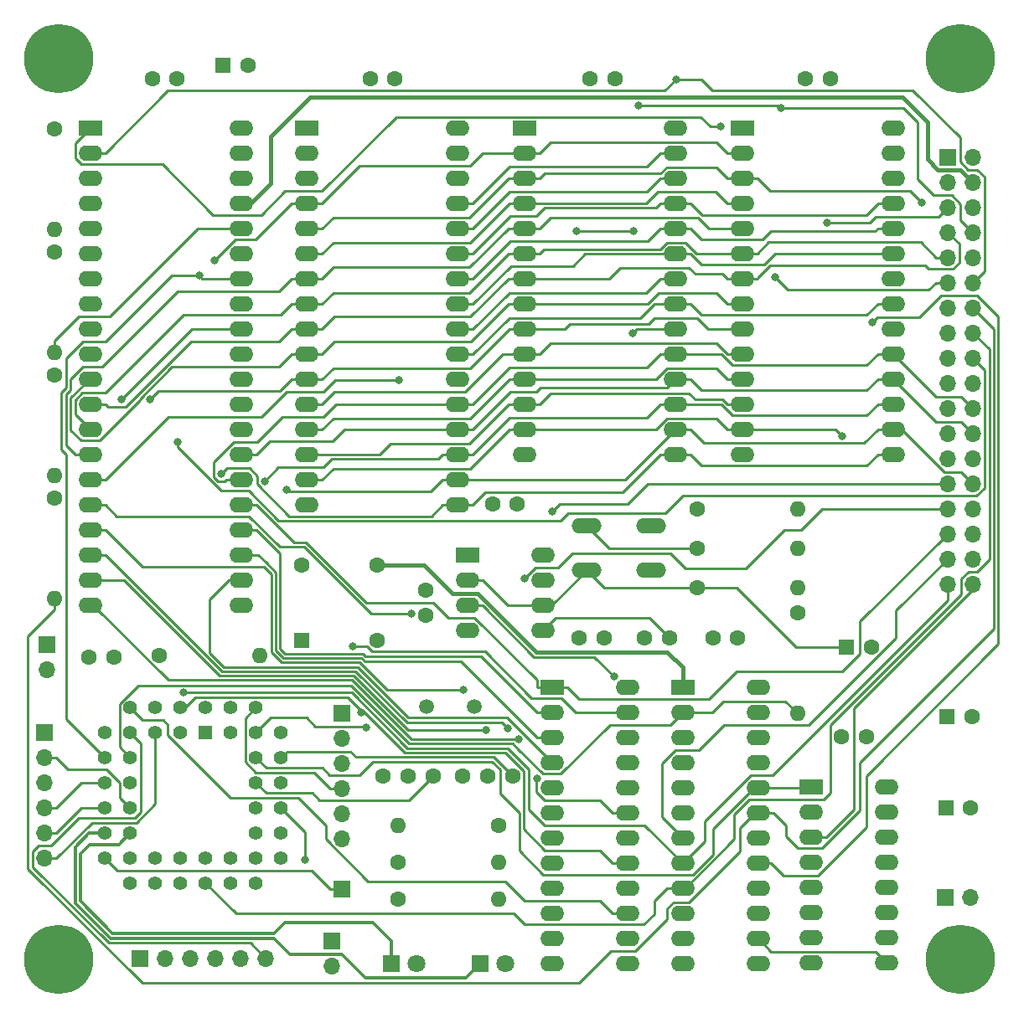
<source format=gbr>
%TF.GenerationSoftware,KiCad,Pcbnew,(6.0.0-0)*%
%TF.CreationDate,2022-07-14T12:29:11+01:00*%
%TF.ProjectId,rosco_6502,726f7363-6f5f-4363-9530-322e6b696361,0*%
%TF.SameCoordinates,Original*%
%TF.FileFunction,Copper,L1,Top*%
%TF.FilePolarity,Positive*%
%FSLAX46Y46*%
G04 Gerber Fmt 4.6, Leading zero omitted, Abs format (unit mm)*
G04 Created by KiCad (PCBNEW (6.0.0-0)) date 2022-07-14 12:29:11*
%MOMM*%
%LPD*%
G01*
G04 APERTURE LIST*
%TA.AperFunction,ComponentPad*%
%ADD10R,1.700000X1.700000*%
%TD*%
%TA.AperFunction,ComponentPad*%
%ADD11O,1.700000X1.700000*%
%TD*%
%TA.AperFunction,ComponentPad*%
%ADD12C,1.600000*%
%TD*%
%TA.AperFunction,ComponentPad*%
%ADD13O,1.600000X1.600000*%
%TD*%
%TA.AperFunction,ComponentPad*%
%ADD14R,1.800000X1.800000*%
%TD*%
%TA.AperFunction,ComponentPad*%
%ADD15C,1.800000*%
%TD*%
%TA.AperFunction,ComponentPad*%
%ADD16R,2.400000X1.600000*%
%TD*%
%TA.AperFunction,ComponentPad*%
%ADD17O,2.400000X1.600000*%
%TD*%
%TA.AperFunction,ComponentPad*%
%ADD18R,1.600000X1.600000*%
%TD*%
%TA.AperFunction,ComponentPad*%
%ADD19C,7.000000*%
%TD*%
%TA.AperFunction,ComponentPad*%
%ADD20C,1.500000*%
%TD*%
%TA.AperFunction,ComponentPad*%
%ADD21C,1.600200*%
%TD*%
%TA.AperFunction,ComponentPad*%
%ADD22O,3.048000X1.524000*%
%TD*%
%TA.AperFunction,ComponentPad*%
%ADD23R,1.422400X1.422400*%
%TD*%
%TA.AperFunction,ComponentPad*%
%ADD24C,1.422400*%
%TD*%
%TA.AperFunction,ViaPad*%
%ADD25C,0.800000*%
%TD*%
%TA.AperFunction,Conductor*%
%ADD26C,0.250000*%
%TD*%
%TA.AperFunction,Conductor*%
%ADD27C,0.400000*%
%TD*%
%TA.AperFunction,Conductor*%
%ADD28C,0.300000*%
%TD*%
G04 APERTURE END LIST*
D10*
%TO.P,J3,1,Pin_1*%
%TO.N,SPICS*%
X117000000Y-119650000D03*
D11*
%TO.P,J3,2,Pin_2*%
%TO.N,SPICLK*%
X117000000Y-122190000D03*
%TO.P,J3,3,Pin_3*%
%TO.N,SPIMOSI*%
X117000000Y-124730000D03*
%TO.P,J3,4,Pin_4*%
%TO.N,SPIMISO*%
X117000000Y-127270000D03*
%TO.P,J3,5,Pin_5*%
%TO.N,VCC*%
X117000000Y-129810000D03*
%TO.P,J3,6,Pin_6*%
%TO.N,GND*%
X117000000Y-132350000D03*
%TD*%
D12*
%TO.P,R12,1*%
%TO.N,VCC*%
X132855000Y-130987800D03*
D13*
%TO.P,R12,2*%
%TO.N,Net-(IC3-Pad41)*%
X122695000Y-130987800D03*
%TD*%
D12*
%TO.P,C15,1*%
%TO.N,GND*%
X91500000Y-114000000D03*
%TO.P,C15,2*%
%TO.N,VCC*%
X94000000Y-114000000D03*
%TD*%
%TO.P,C17,1*%
%TO.N,GND*%
X167500000Y-122030000D03*
%TO.P,C17,2*%
%TO.N,VCC*%
X170000000Y-122030000D03*
%TD*%
D14*
%TO.P,LED1,1,K*%
%TO.N,Net-(IC3-Pad16)*%
X122000000Y-145000000D03*
D15*
%TO.P,LED1,2,A*%
%TO.N,Net-(LED1-Pad2)*%
X124540000Y-145000000D03*
%TD*%
D12*
%TO.P,C9,1*%
%TO.N,VCC*%
X147610000Y-112030000D03*
%TO.P,C9,2*%
%TO.N,Net-(C9-Pad2)*%
X150110000Y-112030000D03*
%TD*%
D10*
%TO.P,J1,1,Pin_1*%
%TO.N,GND*%
X96650000Y-144500000D03*
D11*
%TO.P,J1,2,Pin_2*%
%TO.N,RTSA*%
X99190000Y-144500000D03*
%TO.P,J1,3,Pin_3*%
%TO.N,VCCUA*%
X101730000Y-144500000D03*
%TO.P,J1,4,Pin_4*%
%TO.N,RXDA*%
X104270000Y-144500000D03*
%TO.P,J1,5,Pin_5*%
%TO.N,TXDA*%
X106810000Y-144500000D03*
%TO.P,J1,6,Pin_6*%
%TO.N,CTSA*%
X109350000Y-144500000D03*
%TD*%
D12*
%TO.P,C1,1*%
%TO.N,GND*%
X142108300Y-55500000D03*
%TO.P,C1,2*%
%TO.N,VCC*%
X144608300Y-55500000D03*
%TD*%
%TO.P,R9,1*%
%TO.N,Net-(R9-Pad1)*%
X152920000Y-103000000D03*
D13*
%TO.P,R9,2*%
%TO.N,GND*%
X163080000Y-103000000D03*
%TD*%
D12*
%TO.P,C13,1*%
%TO.N,GND*%
X132250000Y-98500000D03*
%TO.P,C13,2*%
%TO.N,VCC*%
X134750000Y-98500000D03*
%TD*%
%TO.P,R10,1*%
%TO.N,VCC*%
X98550000Y-113830000D03*
D13*
%TO.P,R10,2*%
%TO.N,Net-(R10-Pad2)*%
X108710000Y-113830000D03*
%TD*%
D12*
%TO.P,C10,1*%
%TO.N,GND*%
X97858300Y-55500000D03*
%TO.P,C10,2*%
%TO.N,VCC*%
X100358300Y-55500000D03*
%TD*%
D16*
%TO.P,U4,1,~{Mr}*%
%TO.N,~{RESET}*%
X164450000Y-127130000D03*
D17*
%TO.P,U4,2,Q0*%
%TO.N,BANK0*%
X164450000Y-129670000D03*
%TO.P,U4,3,D0*%
%TO.N,D0*%
X164450000Y-132210000D03*
%TO.P,U4,4,D1*%
%TO.N,D1*%
X164450000Y-134750000D03*
%TO.P,U4,5,Q1*%
%TO.N,BANK1*%
X164450000Y-137290000D03*
%TO.P,U4,6,D2*%
%TO.N,D2*%
X164450000Y-139830000D03*
%TO.P,U4,7,Q2*%
%TO.N,BANK2*%
X164450000Y-142370000D03*
%TO.P,U4,8,GND*%
%TO.N,GND*%
X164450000Y-144910000D03*
%TO.P,U4,9,Cp*%
%TO.N,BANKCLK*%
X172070000Y-144910000D03*
%TO.P,U4,10,Q3*%
%TO.N,BANK3*%
X172070000Y-142370000D03*
%TO.P,U4,11,D3*%
%TO.N,D3*%
X172070000Y-139830000D03*
%TO.P,U4,12,Q4*%
%TO.N,unconnected-(U4-Pad12)*%
X172070000Y-137290000D03*
%TO.P,U4,13,D4*%
%TO.N,GND*%
X172070000Y-134750000D03*
%TO.P,U4,14,D5*%
X172070000Y-132210000D03*
%TO.P,U4,15,Q5*%
%TO.N,unconnected-(U4-Pad15)*%
X172070000Y-129670000D03*
%TO.P,U4,16,VCC*%
%TO.N,VCC*%
X172070000Y-127130000D03*
%TD*%
D16*
%TO.P,U2,1,A14*%
%TO.N,GND*%
X135491700Y-60500000D03*
D17*
%TO.P,U2,2,A12*%
%TO.N,A12*%
X135491700Y-63040000D03*
%TO.P,U2,3,A7*%
%TO.N,A7*%
X135491700Y-65580000D03*
%TO.P,U2,4,A6*%
%TO.N,A6*%
X135491700Y-68120000D03*
%TO.P,U2,5,A5*%
%TO.N,A5*%
X135491700Y-70660000D03*
%TO.P,U2,6,A4*%
%TO.N,A4*%
X135491700Y-73200000D03*
%TO.P,U2,7,A3*%
%TO.N,A3*%
X135491700Y-75740000D03*
%TO.P,U2,8,A2*%
%TO.N,A2*%
X135491700Y-78280000D03*
%TO.P,U2,9,A1*%
%TO.N,A1*%
X135491700Y-80820000D03*
%TO.P,U2,10,A0*%
%TO.N,A0*%
X135491700Y-83360000D03*
%TO.P,U2,11,DQ0*%
%TO.N,D0*%
X135491700Y-85900000D03*
%TO.P,U2,12,DQ1*%
%TO.N,D1*%
X135491700Y-88440000D03*
%TO.P,U2,13,DQ2*%
%TO.N,D2*%
X135491700Y-90980000D03*
%TO.P,U2,14,VSS*%
%TO.N,GND*%
X135491700Y-93520000D03*
%TO.P,U2,15,DQ3*%
%TO.N,D3*%
X150731700Y-93520000D03*
%TO.P,U2,16,DQ4*%
%TO.N,D4*%
X150731700Y-90980000D03*
%TO.P,U2,17,DQ5*%
%TO.N,D5*%
X150731700Y-88440000D03*
%TO.P,U2,18,DQ6*%
%TO.N,D6*%
X150731700Y-85900000D03*
%TO.P,U2,19,DQ7*%
%TO.N,D7*%
X150731700Y-83360000D03*
%TO.P,U2,20,CE#*%
%TO.N,~{LOWRAM}*%
X150731700Y-80820000D03*
%TO.P,U2,21,A10*%
%TO.N,A10*%
X150731700Y-78280000D03*
%TO.P,U2,22,OE#*%
%TO.N,~{RD}*%
X150731700Y-75740000D03*
%TO.P,U2,23,A11*%
%TO.N,A11*%
X150731700Y-73200000D03*
%TO.P,U2,24,A9*%
%TO.N,A9*%
X150731700Y-70660000D03*
%TO.P,U2,25,A8*%
%TO.N,A8*%
X150731700Y-68120000D03*
%TO.P,U2,26,A13*%
%TO.N,A13*%
X150731700Y-65580000D03*
%TO.P,U2,27,WE#*%
%TO.N,~{WR}*%
X150731700Y-63040000D03*
%TO.P,U2,28,VCC*%
%TO.N,VCC*%
X150731700Y-60500000D03*
%TD*%
D16*
%TO.P,IC2,1,I1/CLK*%
%TO.N,A15*%
X138250000Y-117030000D03*
D17*
%TO.P,IC2,2,I2*%
%TO.N,A14*%
X138250000Y-119570000D03*
%TO.P,IC2,3,I3*%
%TO.N,A13*%
X138250000Y-122110000D03*
%TO.P,IC2,4,I4/PD*%
%TO.N,A12*%
X138250000Y-124650000D03*
%TO.P,IC2,5,I5*%
%TO.N,A11*%
X138250000Y-127190000D03*
%TO.P,IC2,6,I6*%
%TO.N,A10*%
X138250000Y-129730000D03*
%TO.P,IC2,7,I7*%
%TO.N,A9*%
X138250000Y-132270000D03*
%TO.P,IC2,8,I8*%
%TO.N,A8*%
X138250000Y-134810000D03*
%TO.P,IC2,9,I9*%
%TO.N,A7*%
X138250000Y-137350000D03*
%TO.P,IC2,10,I10*%
%TO.N,A6*%
X138250000Y-139890000D03*
%TO.P,IC2,11,I11*%
%TO.N,A5*%
X138250000Y-142430000D03*
%TO.P,IC2,12,GND*%
%TO.N,GND*%
X138250000Y-144970000D03*
%TO.P,IC2,13,I13*%
%TO.N,A4*%
X145870000Y-144970000D03*
%TO.P,IC2,14,IO1*%
%TO.N,A3*%
X145870000Y-142430000D03*
%TO.P,IC2,15,IO2*%
%TO.N,A2*%
X145870000Y-139890000D03*
%TO.P,IC2,16,IO3*%
%TO.N,A1*%
X145870000Y-137350000D03*
%TO.P,IC2,17,I04*%
%TO.N,A0*%
X145870000Y-134810000D03*
%TO.P,IC2,18,IO5*%
%TO.N,~{LOWRAM}*%
X145870000Y-132270000D03*
%TO.P,IC2,19,IO6*%
%TO.N,~{BANKRAM}*%
X145870000Y-129730000D03*
%TO.P,IC2,20,IO7*%
%TO.N,~{IO}*%
X145870000Y-127190000D03*
%TO.P,IC2,21,IO8*%
%TO.N,~{ROM}*%
X145870000Y-124650000D03*
%TO.P,IC2,22,IO9*%
%TO.N,BANKSEL*%
X145870000Y-122110000D03*
%TO.P,IC2,23,IO10*%
%TO.N,~{DUASEL}*%
X145870000Y-119570000D03*
%TO.P,IC2,24,VCC*%
%TO.N,VCC*%
X145870000Y-117030000D03*
%TD*%
D18*
%TO.P,X1,1,EN*%
%TO.N,Net-(R10-Pad2)*%
X113000000Y-112310000D03*
D12*
%TO.P,X1,4,GND*%
%TO.N,GND*%
X120620000Y-112310000D03*
%TO.P,X1,5,OUT*%
%TO.N,CLK*%
X120620000Y-104690000D03*
%TO.P,X1,8,Vcc*%
%TO.N,VCC*%
X113000000Y-104690000D03*
%TD*%
%TO.P,R1,1*%
%TO.N,VCC*%
X88000000Y-60580000D03*
D13*
%TO.P,R1,2*%
%TO.N,RDY*%
X88000000Y-70740000D03*
%TD*%
D19*
%TO.P,H4,1,1*%
%TO.N,GND*%
X179550000Y-144550000D03*
%TD*%
D18*
%TO.P,C8,1*%
%TO.N,Net-(C8-Pad1)*%
X168000000Y-113000000D03*
D12*
%TO.P,C8,2*%
%TO.N,GND*%
X170500000Y-113000000D03*
%TD*%
D10*
%TO.P,JP2,1,A*%
%TO.N,VCCUB*%
X87250000Y-112725000D03*
D11*
%TO.P,JP2,2,B*%
%TO.N,VCC*%
X87250000Y-115265000D03*
%TD*%
D12*
%TO.P,R8,1*%
%TO.N,Net-(C8-Pad1)*%
X152920000Y-107000000D03*
D13*
%TO.P,R8,2*%
%TO.N,VCC*%
X163080000Y-107000000D03*
%TD*%
D20*
%TO.P,Q1,1,1*%
%TO.N,Net-(C6-Pad2)*%
X125550000Y-119000000D03*
%TO.P,Q1,2,2*%
%TO.N,Net-(C7-Pad2)*%
X130430000Y-119000000D03*
%TD*%
D16*
%TO.P,IC5,1,I1/CLK*%
%TO.N,CLK*%
X151450000Y-117055000D03*
D17*
%TO.P,IC5,2,I2*%
%TO.N,~{DUADTACK}*%
X151450000Y-119595000D03*
%TO.P,IC5,3,I3*%
%TO.N,~{DUASEL}*%
X151450000Y-122135000D03*
%TO.P,IC5,4,I4/PD*%
%TO.N,R{slash}~{W}*%
X151450000Y-124675000D03*
%TO.P,IC5,5,I5*%
%TO.N,HWRST*%
X151450000Y-127215000D03*
%TO.P,IC5,6,I6*%
%TO.N,BANKSEL*%
X151450000Y-129755000D03*
%TO.P,IC5,7,I7*%
%TO.N,~{VP}*%
X151450000Y-132295000D03*
%TO.P,IC5,8,I8*%
%TO.N,~{ML}*%
X151450000Y-134835000D03*
%TO.P,IC5,9,I9*%
%TO.N,IRQ*%
X151450000Y-137375000D03*
%TO.P,IC5,10,I10*%
%TO.N,~{ROM}*%
X151450000Y-139915000D03*
%TO.P,IC5,11,I11*%
%TO.N,~{IO}*%
X151450000Y-142455000D03*
%TO.P,IC5,12,GND*%
%TO.N,GND*%
X151450000Y-144995000D03*
%TO.P,IC5,13,I13*%
%TO.N,unconnected-(IC5-Pad13)*%
X159070000Y-144995000D03*
%TO.P,IC5,14,IO1*%
%TO.N,BANKCLK*%
X159070000Y-142455000D03*
%TO.P,IC5,15,IO2*%
%TO.N,unconnected-(IC5-Pad15)*%
X159070000Y-139915000D03*
%TO.P,IC5,16,IO3*%
%TO.N,unconnected-(IC5-Pad16)*%
X159070000Y-137375000D03*
%TO.P,IC5,17,I04*%
%TO.N,~{ROMOE}*%
X159070000Y-134835000D03*
%TO.P,IC5,18,IO5*%
%TO.N,unconnected-(IC5-Pad18)*%
X159070000Y-132295000D03*
%TO.P,IC5,19,IO6*%
%TO.N,NMI*%
X159070000Y-129755000D03*
%TO.P,IC5,20,IO7*%
%TO.N,~{RESET}*%
X159070000Y-127215000D03*
%TO.P,IC5,21,IO8*%
%TO.N,~{RD}*%
X159070000Y-124675000D03*
%TO.P,IC5,22,IO9*%
%TO.N,~{WR}*%
X159070000Y-122135000D03*
%TO.P,IC5,23,IO10*%
%TO.N,RDY*%
X159070000Y-119595000D03*
%TO.P,IC5,24,VCC*%
%TO.N,VCC*%
X159070000Y-117055000D03*
%TD*%
D12*
%TO.P,C14,1*%
%TO.N,GND*%
X163858300Y-55500000D03*
%TO.P,C14,2*%
%TO.N,VCC*%
X166358300Y-55500000D03*
%TD*%
%TO.P,C16,1*%
%TO.N,GND*%
X154500000Y-112030000D03*
%TO.P,C16,2*%
%TO.N,VCC*%
X157000000Y-112030000D03*
%TD*%
D19*
%TO.P,H1,1,1*%
%TO.N,GND*%
X88450000Y-53450000D03*
%TD*%
D12*
%TO.P,R4,1*%
%TO.N,VCC*%
X88000000Y-97920000D03*
D13*
%TO.P,R4,2*%
%TO.N,NMI*%
X88000000Y-108080000D03*
%TD*%
D21*
%TO.P,C6,1*%
%TO.N,GND*%
X123730000Y-126000000D03*
X121190000Y-126000000D03*
%TO.P,C6,2*%
%TO.N,Net-(C6-Pad2)*%
X126270000Y-126000000D03*
%TD*%
D12*
%TO.P,R3,1*%
%TO.N,VCC*%
X88000000Y-85500000D03*
D13*
%TO.P,R3,2*%
%TO.N,IRQ*%
X88000000Y-95660000D03*
%TD*%
D18*
%TO.P,C3,1*%
%TO.N,VCC*%
X105026000Y-54125000D03*
D12*
%TO.P,C3,2*%
%TO.N,GND*%
X107526000Y-54125000D03*
%TD*%
D10*
%TO.P,J5,1,Pin_1*%
%TO.N,A0*%
X178225000Y-63425000D03*
D11*
%TO.P,J5,2,Pin_2*%
%TO.N,VCC*%
X180765000Y-63425000D03*
%TO.P,J5,3,Pin_3*%
%TO.N,A1*%
X178225000Y-65965000D03*
%TO.P,J5,4,Pin_4*%
%TO.N,CLK*%
X180765000Y-65965000D03*
%TO.P,J5,5,Pin_5*%
%TO.N,A2*%
X178225000Y-68505000D03*
%TO.P,J5,6,Pin_6*%
%TO.N,GND*%
X180765000Y-68505000D03*
%TO.P,J5,7,Pin_7*%
%TO.N,A3*%
X178225000Y-71045000D03*
%TO.P,J5,8,Pin_8*%
%TO.N,R{slash}~{W}*%
X180765000Y-71045000D03*
%TO.P,J5,9,Pin_9*%
%TO.N,A4*%
X178225000Y-73585000D03*
%TO.P,J5,10,Pin_10*%
%TO.N,~{RESET}*%
X180765000Y-73585000D03*
%TO.P,J5,11,Pin_11*%
%TO.N,A5*%
X178225000Y-76125000D03*
%TO.P,J5,12,Pin_12*%
%TO.N,RDY*%
X180765000Y-76125000D03*
%TO.P,J5,13,Pin_13*%
%TO.N,A6*%
X178225000Y-78665000D03*
%TO.P,J5,14,Pin_14*%
%TO.N,NMI*%
X180765000Y-78665000D03*
%TO.P,J5,15,Pin_15*%
%TO.N,A7*%
X178225000Y-81205000D03*
%TO.P,J5,16,Pin_16*%
%TO.N,IRQ*%
X180765000Y-81205000D03*
%TO.P,J5,17,Pin_17*%
%TO.N,A8*%
X178225000Y-83745000D03*
%TO.P,J5,18,Pin_18*%
%TO.N,SYNC*%
X180765000Y-83745000D03*
%TO.P,J5,19,Pin_19*%
%TO.N,A9*%
X178225000Y-86285000D03*
%TO.P,J5,20,Pin_20*%
%TO.N,BE*%
X180765000Y-86285000D03*
%TO.P,J5,21,Pin_21*%
%TO.N,A10*%
X178225000Y-88825000D03*
%TO.P,J5,22,Pin_22*%
%TO.N,D7*%
X180765000Y-88825000D03*
%TO.P,J5,23,Pin_23*%
%TO.N,A11*%
X178225000Y-91365000D03*
%TO.P,J5,24,Pin_24*%
%TO.N,D6*%
X180765000Y-91365000D03*
%TO.P,J5,25,Pin_25*%
%TO.N,A12*%
X178225000Y-93905000D03*
%TO.P,J5,26,Pin_26*%
%TO.N,D5*%
X180765000Y-93905000D03*
%TO.P,J5,27,Pin_27*%
%TO.N,A13*%
X178225000Y-96445000D03*
%TO.P,J5,28,Pin_28*%
%TO.N,D4*%
X180765000Y-96445000D03*
%TO.P,J5,29,Pin_29*%
%TO.N,A14*%
X178225000Y-98985000D03*
%TO.P,J5,30,Pin_30*%
%TO.N,D3*%
X180765000Y-98985000D03*
%TO.P,J5,31,Pin_31*%
%TO.N,A15*%
X178225000Y-101525000D03*
%TO.P,J5,32,Pin_32*%
%TO.N,D2*%
X180765000Y-101525000D03*
%TO.P,J5,33,Pin_33*%
%TO.N,~{VP}*%
X178225000Y-104065000D03*
%TO.P,J5,34,Pin_34*%
%TO.N,D1*%
X180765000Y-104065000D03*
%TO.P,J5,35,Pin_35*%
%TO.N,~{ML}*%
X178225000Y-106605000D03*
%TO.P,J5,36,Pin_36*%
%TO.N,D0*%
X180765000Y-106605000D03*
%TD*%
D18*
%TO.P,C5,1*%
%TO.N,VCC*%
X178182400Y-120000000D03*
D12*
%TO.P,C5,2*%
%TO.N,GND*%
X180682400Y-120000000D03*
%TD*%
%TO.P,R7,1*%
%TO.N,VCC*%
X152920000Y-99000000D03*
D13*
%TO.P,R7,2*%
%TO.N,~{RESET}*%
X163080000Y-99000000D03*
%TD*%
D16*
%TO.P,IC4,1,GND*%
%TO.N,GND*%
X129700000Y-103700000D03*
D17*
%TO.P,IC4,2,TR*%
%TO.N,Net-(C8-Pad1)*%
X129700000Y-106240000D03*
%TO.P,IC4,3,Q*%
%TO.N,HWRST*%
X129700000Y-108780000D03*
%TO.P,IC4,4,R*%
%TO.N,VCC*%
X129700000Y-111320000D03*
%TO.P,IC4,5,CV*%
%TO.N,Net-(C9-Pad2)*%
X137320000Y-111320000D03*
%TO.P,IC4,6,THR*%
%TO.N,Net-(C8-Pad1)*%
X137320000Y-108780000D03*
%TO.P,IC4,7,DIS*%
%TO.N,unconnected-(IC4-Pad7)*%
X137320000Y-106240000D03*
%TO.P,IC4,8,VCC*%
%TO.N,VCC*%
X137320000Y-103700000D03*
%TD*%
D10*
%TO.P,J2,1,Pin_1*%
%TO.N,GND*%
X87000000Y-121650000D03*
D11*
%TO.P,J2,2,Pin_2*%
%TO.N,RTSB*%
X87000000Y-124190000D03*
%TO.P,J2,3,Pin_3*%
%TO.N,VCCUB*%
X87000000Y-126730000D03*
%TO.P,J2,4,Pin_4*%
%TO.N,RXDB*%
X87000000Y-129270000D03*
%TO.P,J2,5,Pin_5*%
%TO.N,TXDB*%
X87000000Y-131810000D03*
%TO.P,J2,6,Pin_6*%
%TO.N,CTSB*%
X87000000Y-134350000D03*
%TD*%
D16*
%TO.P,U3,1,NC*%
%TO.N,unconnected-(U3-Pad1)*%
X157483300Y-60475000D03*
D17*
%TO.P,U3,2,A12*%
%TO.N,A12*%
X157483300Y-63015000D03*
%TO.P,U3,3,A7*%
%TO.N,A7*%
X157483300Y-65555000D03*
%TO.P,U3,4,A6*%
%TO.N,A6*%
X157483300Y-68095000D03*
%TO.P,U3,5,A5*%
%TO.N,A5*%
X157483300Y-70635000D03*
%TO.P,U3,6,A4*%
%TO.N,A4*%
X157483300Y-73175000D03*
%TO.P,U3,7,A3*%
%TO.N,A3*%
X157483300Y-75715000D03*
%TO.P,U3,8,A2*%
%TO.N,A2*%
X157483300Y-78255000D03*
%TO.P,U3,9,A1*%
%TO.N,A1*%
X157483300Y-80795000D03*
%TO.P,U3,10,A0*%
%TO.N,A0*%
X157483300Y-83335000D03*
%TO.P,U3,11,DQ0*%
%TO.N,D0*%
X157483300Y-85875000D03*
%TO.P,U3,12,DQ1*%
%TO.N,D1*%
X157483300Y-88415000D03*
%TO.P,U3,13,DQ2*%
%TO.N,D2*%
X157483300Y-90955000D03*
%TO.P,U3,14,VSS*%
%TO.N,GND*%
X157483300Y-93495000D03*
%TO.P,U3,15,DQ3*%
%TO.N,D3*%
X172723300Y-93495000D03*
%TO.P,U3,16,DQ4*%
%TO.N,D4*%
X172723300Y-90955000D03*
%TO.P,U3,17,DQ5*%
%TO.N,D5*%
X172723300Y-88415000D03*
%TO.P,U3,18,DQ6*%
%TO.N,D6*%
X172723300Y-85875000D03*
%TO.P,U3,19,DQ7*%
%TO.N,D7*%
X172723300Y-83335000D03*
%TO.P,U3,20,CE#*%
%TO.N,GND*%
X172723300Y-80795000D03*
%TO.P,U3,21,A10*%
%TO.N,A10*%
X172723300Y-78255000D03*
%TO.P,U3,22,OE#*%
%TO.N,~{ROMOE}*%
X172723300Y-75715000D03*
%TO.P,U3,23,A11*%
%TO.N,A11*%
X172723300Y-73175000D03*
%TO.P,U3,24,A9*%
%TO.N,A9*%
X172723300Y-70635000D03*
%TO.P,U3,25,A8*%
%TO.N,A8*%
X172723300Y-68095000D03*
%TO.P,U3,26,NC*%
%TO.N,unconnected-(U3-Pad26)*%
X172723300Y-65555000D03*
%TO.P,U3,27,WE#*%
%TO.N,VCC*%
X172723300Y-63015000D03*
%TO.P,U3,28,VCC*%
X172723300Y-60475000D03*
%TD*%
D21*
%TO.P,C7,1*%
%TO.N,GND*%
X131730000Y-126000000D03*
X129190000Y-126000000D03*
%TO.P,C7,2*%
%TO.N,Net-(C7-Pad2)*%
X134270000Y-126000000D03*
%TD*%
D22*
%TO.P,S1,1,S*%
%TO.N,Net-(R9-Pad1)*%
X141758800Y-100719400D03*
%TO.P,S1,2,S1*%
%TO.N,unconnected-(S1-Pad2)*%
X148261200Y-100719400D03*
%TO.P,S1,3,P*%
%TO.N,Net-(C8-Pad1)*%
X141758800Y-105240600D03*
%TO.P,S1,4,P1*%
%TO.N,unconnected-(S1-Pad4)*%
X148261200Y-105240600D03*
%TD*%
D18*
%TO.P,C4,1*%
%TO.N,VCC*%
X178067621Y-129250000D03*
D12*
%TO.P,C4,2*%
%TO.N,GND*%
X180567621Y-129250000D03*
%TD*%
D19*
%TO.P,H3,1,1*%
%TO.N,GND*%
X88450000Y-144550000D03*
%TD*%
D10*
%TO.P,JP1,1,A*%
%TO.N,VCCUA*%
X116000000Y-142725000D03*
D11*
%TO.P,JP1,2,B*%
%TO.N,VCC*%
X116000000Y-145265000D03*
%TD*%
D19*
%TO.P,H2,1,1*%
%TO.N,GND*%
X179550000Y-53450000D03*
%TD*%
D12*
%TO.P,R5,1*%
%TO.N,Net-(LED1-Pad2)*%
X122695000Y-134743900D03*
D13*
%TO.P,R5,2*%
%TO.N,VCC*%
X132855000Y-134743900D03*
%TD*%
D12*
%TO.P,R6,1*%
%TO.N,VCC*%
X122695000Y-138500000D03*
D13*
%TO.P,R6,2*%
%TO.N,Net-(LED2-Pad2)*%
X132855000Y-138500000D03*
%TD*%
D10*
%TO.P,J4,1,Pin_1*%
%TO.N,SPICS2*%
X117000000Y-137500000D03*
%TD*%
D23*
%TO.P,IC3,1,NC*%
%TO.N,unconnected-(IC3-Pad1)*%
X103270000Y-121650000D03*
D24*
%TO.P,IC3,2,A1*%
%TO.N,A0*%
X100730000Y-119110000D03*
%TO.P,IC3,3,IP3*%
%TO.N,GND*%
X100730000Y-121650000D03*
%TO.P,IC3,4,A2*%
%TO.N,A1*%
X98190000Y-119110000D03*
%TO.P,IC3,5,IP1*%
%TO.N,CTSB*%
X98190000Y-121650000D03*
%TO.P,IC3,6,A3*%
%TO.N,A2*%
X95650000Y-119110000D03*
%TO.P,IC3,7,A4*%
%TO.N,A3*%
X93110000Y-121650000D03*
%TO.P,IC3,8,IP0*%
%TO.N,CTSA*%
X95650000Y-121650000D03*
%TO.P,IC3,9,\u002AR/\u002AW*%
%TO.N,R{slash}~{W}*%
X93110000Y-124190000D03*
%TO.P,IC3,10,\u002ADTALK*%
%TO.N,~{DUADTACK}*%
X95650000Y-124190000D03*
%TO.P,IC3,11,RXDB*%
%TO.N,RXDB*%
X93110000Y-126730000D03*
%TO.P,IC3,12,NC*%
%TO.N,unconnected-(IC3-Pad12)*%
X95650000Y-126730000D03*
%TO.P,IC3,13,TXDB*%
%TO.N,TXDB*%
X93110000Y-129270000D03*
%TO.P,IC3,14,OP1*%
%TO.N,RTSB*%
X95650000Y-129270000D03*
%TO.P,IC3,15,OP3*%
%TO.N,Net-(IC3-Pad15)*%
X93110000Y-131810000D03*
%TO.P,IC3,16,OP5*%
%TO.N,Net-(IC3-Pad16)*%
X95650000Y-131810000D03*
%TO.P,IC3,17,OP7*%
%TO.N,SPICS2*%
X93110000Y-134350000D03*
%TO.P,IC3,18,D1*%
%TO.N,D1*%
X95650000Y-136890000D03*
%TO.P,IC3,19,D3*%
%TO.N,D3*%
X95650000Y-134350000D03*
%TO.P,IC3,20,D5*%
%TO.N,D5*%
X98190000Y-136890000D03*
%TO.P,IC3,21,D7*%
%TO.N,D7*%
X98190000Y-134350000D03*
%TO.P,IC3,22,GND*%
%TO.N,GND*%
X100730000Y-136890000D03*
%TO.P,IC3,23,NC*%
%TO.N,unconnected-(IC3-Pad23)*%
X100730000Y-134350000D03*
%TO.P,IC3,24,INTR*%
%TO.N,IRQ*%
X103270000Y-136890000D03*
%TO.P,IC3,25,D6*%
%TO.N,D6*%
X103270000Y-134350000D03*
%TO.P,IC3,26,D4*%
%TO.N,D4*%
X105810000Y-136890000D03*
%TO.P,IC3,27,D2*%
%TO.N,D2*%
X105810000Y-134350000D03*
%TO.P,IC3,28,D0*%
%TO.N,D0*%
X108350000Y-136890000D03*
%TO.P,IC3,29,OP6*%
%TO.N,SPIMOSI*%
X110890000Y-134350000D03*
%TO.P,IC3,30,OP4*%
%TO.N,SPICLK*%
X108350000Y-134350000D03*
%TO.P,IC3,31,OP2*%
%TO.N,SPICS*%
X110890000Y-131810000D03*
%TO.P,IC3,32,OP0*%
%TO.N,RTSA*%
X108350000Y-131810000D03*
%TO.P,IC3,33,TXDA*%
%TO.N,TXDA*%
X110890000Y-129270000D03*
%TO.P,IC3,34,NC*%
%TO.N,unconnected-(IC3-Pad34)*%
X108350000Y-129270000D03*
%TO.P,IC3,35,RXDA*%
%TO.N,RXDA*%
X110890000Y-126730000D03*
%TO.P,IC3,36,X1/CLK*%
%TO.N,Net-(C6-Pad2)*%
X108350000Y-126730000D03*
%TO.P,IC3,37,X2*%
%TO.N,Net-(C7-Pad2)*%
X110890000Y-124190000D03*
%TO.P,IC3,38,\u002ARESET*%
%TO.N,~{RESET}*%
X108350000Y-124190000D03*
%TO.P,IC3,39,CS*%
%TO.N,~{DUASEL}*%
X110890000Y-121650000D03*
%TO.P,IC3,40,IP2*%
%TO.N,SPIMISO*%
X108350000Y-119110000D03*
%TO.P,IC3,41,\u002AIACK*%
%TO.N,Net-(IC3-Pad41)*%
X108350000Y-121650000D03*
%TO.P,IC3,42,IP5*%
%TO.N,unconnected-(IC3-Pad42)*%
X105810000Y-119110000D03*
%TO.P,IC3,43,IP4*%
%TO.N,unconnected-(IC3-Pad43)*%
X105810000Y-121650000D03*
%TO.P,IC3,44,VCC*%
%TO.N,VCC*%
X103270000Y-119110000D03*
%TD*%
D12*
%TO.P,R11,1*%
%TO.N,VCC*%
X163080000Y-109560000D03*
D13*
%TO.P,R11,2*%
%TO.N,~{DUADTACK}*%
X163080000Y-119720000D03*
%TD*%
D12*
%TO.P,C11,1*%
%TO.N,GND*%
X119875000Y-55500000D03*
%TO.P,C11,2*%
%TO.N,VCC*%
X122375000Y-55500000D03*
%TD*%
%TO.P,C12,1*%
%TO.N,GND*%
X125500000Y-109750000D03*
%TO.P,C12,2*%
%TO.N,VCC*%
X125500000Y-107250000D03*
%TD*%
%TO.P,C2,1*%
%TO.N,GND*%
X141000000Y-112030000D03*
%TO.P,C2,2*%
%TO.N,VCC*%
X143500000Y-112030000D03*
%TD*%
%TO.P,R2,1*%
%TO.N,VCC*%
X88000000Y-73000000D03*
D13*
%TO.P,R2,2*%
%TO.N,BE*%
X88000000Y-83160000D03*
%TD*%
D10*
%TO.P,J6,1,Pin_1*%
%TO.N,VCC*%
X178015000Y-138330000D03*
D11*
%TO.P,J6,2,Pin_2*%
%TO.N,GND*%
X180555000Y-138330000D03*
%TD*%
D16*
%TO.P,IC1,1,~{VP}*%
%TO.N,~{VP}*%
X91608300Y-60500000D03*
D17*
%TO.P,IC1,2,RDY*%
%TO.N,RDY*%
X91608300Y-63040000D03*
%TO.P,IC1,3,\u03D51*%
%TO.N,unconnected-(IC1-Pad3)*%
X91608300Y-65580000D03*
%TO.P,IC1,4,~{IRQ}*%
%TO.N,IRQ*%
X91608300Y-68120000D03*
%TO.P,IC1,5,~{ML}*%
%TO.N,~{ML}*%
X91608300Y-70660000D03*
%TO.P,IC1,6,~{NMI}*%
%TO.N,NMI*%
X91608300Y-73200000D03*
%TO.P,IC1,7,SYNC*%
%TO.N,SYNC*%
X91608300Y-75740000D03*
%TO.P,IC1,8,VDD*%
%TO.N,VCC*%
X91608300Y-78280000D03*
%TO.P,IC1,9,A0*%
%TO.N,A0*%
X91608300Y-80820000D03*
%TO.P,IC1,10,A1*%
%TO.N,A1*%
X91608300Y-83360000D03*
%TO.P,IC1,11,A2*%
%TO.N,A2*%
X91608300Y-85900000D03*
%TO.P,IC1,12,A3*%
%TO.N,A3*%
X91608300Y-88440000D03*
%TO.P,IC1,13,A4*%
%TO.N,A4*%
X91608300Y-90980000D03*
%TO.P,IC1,14,A5*%
%TO.N,A5*%
X91608300Y-93520000D03*
%TO.P,IC1,15,A6*%
%TO.N,A6*%
X91608300Y-96060000D03*
%TO.P,IC1,16,A7*%
%TO.N,A7*%
X91608300Y-98600000D03*
%TO.P,IC1,17,A8*%
%TO.N,A8*%
X91608300Y-101140000D03*
%TO.P,IC1,18,A9*%
%TO.N,A9*%
X91608300Y-103680000D03*
%TO.P,IC1,19,A10*%
%TO.N,A10*%
X91608300Y-106220000D03*
%TO.P,IC1,20,A11*%
%TO.N,A11*%
X91608300Y-108760000D03*
%TO.P,IC1,21,VSS*%
%TO.N,GND*%
X106848300Y-108760000D03*
%TO.P,IC1,22,A12*%
%TO.N,A12*%
X106848300Y-106220000D03*
%TO.P,IC1,23,A13*%
%TO.N,A13*%
X106848300Y-103680000D03*
%TO.P,IC1,24,A14*%
%TO.N,A14*%
X106848300Y-101140000D03*
%TO.P,IC1,25,A15*%
%TO.N,A15*%
X106848300Y-98600000D03*
%TO.P,IC1,26,D7*%
%TO.N,D7*%
X106848300Y-96060000D03*
%TO.P,IC1,27,D6*%
%TO.N,D6*%
X106848300Y-93520000D03*
%TO.P,IC1,28,D5*%
%TO.N,D5*%
X106848300Y-90980000D03*
%TO.P,IC1,29,D4*%
%TO.N,D4*%
X106848300Y-88440000D03*
%TO.P,IC1,30,D3*%
%TO.N,D3*%
X106848300Y-85900000D03*
%TO.P,IC1,31,D2*%
%TO.N,D2*%
X106848300Y-83360000D03*
%TO.P,IC1,32,D1*%
%TO.N,D1*%
X106848300Y-80820000D03*
%TO.P,IC1,33,D0*%
%TO.N,D0*%
X106848300Y-78280000D03*
%TO.P,IC1,34,R/~{W}*%
%TO.N,R{slash}~{W}*%
X106848300Y-75740000D03*
%TO.P,IC1,35,nc*%
%TO.N,unconnected-(IC1-Pad35)*%
X106848300Y-73200000D03*
%TO.P,IC1,36,BE*%
%TO.N,BE*%
X106848300Y-70660000D03*
%TO.P,IC1,37,\u03D50*%
%TO.N,CLK*%
X106848300Y-68120000D03*
%TO.P,IC1,38,~{SO}*%
%TO.N,VCC*%
X106848300Y-65580000D03*
%TO.P,IC1,39,\u03D52*%
%TO.N,unconnected-(IC1-Pad39)*%
X106848300Y-63040000D03*
%TO.P,IC1,40,~{RES}*%
%TO.N,~{RESET}*%
X106848300Y-60500000D03*
%TD*%
D14*
%TO.P,LED2,1,K*%
%TO.N,Net-(IC3-Pad15)*%
X131000000Y-145000000D03*
D15*
%TO.P,LED2,2,A*%
%TO.N,Net-(LED2-Pad2)*%
X133540000Y-145000000D03*
%TD*%
D16*
%TO.P,U1,1,A18*%
%TO.N,BANK3*%
X113500000Y-60500000D03*
D17*
%TO.P,U1,2,A16*%
%TO.N,BANK1*%
X113500000Y-63040000D03*
%TO.P,U1,3,A14*%
%TO.N,A15*%
X113500000Y-65580000D03*
%TO.P,U1,4,A12*%
%TO.N,A12*%
X113500000Y-68120000D03*
%TO.P,U1,5,A7*%
%TO.N,A7*%
X113500000Y-70660000D03*
%TO.P,U1,6,A6*%
%TO.N,A6*%
X113500000Y-73200000D03*
%TO.P,U1,7,A5*%
%TO.N,A5*%
X113500000Y-75740000D03*
%TO.P,U1,8,A4*%
%TO.N,A4*%
X113500000Y-78280000D03*
%TO.P,U1,9,A3*%
%TO.N,A3*%
X113500000Y-80820000D03*
%TO.P,U1,10,A2*%
%TO.N,A2*%
X113500000Y-83360000D03*
%TO.P,U1,11,A1*%
%TO.N,A1*%
X113500000Y-85900000D03*
%TO.P,U1,12,A0*%
%TO.N,A0*%
X113500000Y-88440000D03*
%TO.P,U1,13,DQ0*%
%TO.N,D0*%
X113500000Y-90980000D03*
%TO.P,U1,14,DQ1*%
%TO.N,D1*%
X113500000Y-93520000D03*
%TO.P,U1,15,DQ2*%
%TO.N,D2*%
X113500000Y-96060000D03*
%TO.P,U1,16,VSS*%
%TO.N,GND*%
X113500000Y-98600000D03*
%TO.P,U1,17,DQ3*%
%TO.N,D3*%
X128740000Y-98600000D03*
%TO.P,U1,18,DQ4*%
%TO.N,D4*%
X128740000Y-96060000D03*
%TO.P,U1,19,DQ5*%
%TO.N,D5*%
X128740000Y-93520000D03*
%TO.P,U1,20,DQ6*%
%TO.N,D6*%
X128740000Y-90980000D03*
%TO.P,U1,21,DQ7*%
%TO.N,D7*%
X128740000Y-88440000D03*
%TO.P,U1,22,CE#*%
%TO.N,~{BANKRAM}*%
X128740000Y-85900000D03*
%TO.P,U1,23,A10*%
%TO.N,A10*%
X128740000Y-83360000D03*
%TO.P,U1,24,OE#*%
%TO.N,~{RD}*%
X128740000Y-80820000D03*
%TO.P,U1,25,A11*%
%TO.N,A11*%
X128740000Y-78280000D03*
%TO.P,U1,26,A9*%
%TO.N,A9*%
X128740000Y-75740000D03*
%TO.P,U1,27,A8*%
%TO.N,A8*%
X128740000Y-73200000D03*
%TO.P,U1,28,A13*%
%TO.N,A13*%
X128740000Y-70660000D03*
%TO.P,U1,29,WE#*%
%TO.N,~{WR}*%
X128740000Y-68120000D03*
%TO.P,U1,30,A17*%
%TO.N,BANK2*%
X128740000Y-65580000D03*
%TO.P,U1,31,A15*%
%TO.N,BANK0*%
X128740000Y-63040000D03*
%TO.P,U1,32,VCC*%
%TO.N,VCC*%
X128740000Y-60500000D03*
%TD*%
D25*
%TO.N,Net-(IC3-Pad41)*%
X119470000Y-121090000D03*
%TO.N,~{VP}*%
X155321400Y-60324300D03*
%TO.N,RDY*%
X150810000Y-55560000D03*
%TO.N,A12*%
X104173300Y-73875200D03*
%TO.N,A13*%
X138313500Y-99239100D03*
%TO.N,A14*%
X135495100Y-106062100D03*
%TO.N,~{ML}*%
X101032200Y-117594400D03*
%TO.N,SYNC*%
X100406500Y-92290400D03*
%TO.N,D5*%
X109212700Y-96194100D03*
%TO.N,A0*%
X119014800Y-119610400D03*
%TO.N,D4*%
X111401900Y-97043400D03*
%TO.N,A1*%
X97612200Y-87915300D03*
%TO.N,D3*%
X104824000Y-95474600D03*
%TO.N,A2*%
X166049900Y-70055000D03*
%TO.N,D2*%
X167583100Y-91648900D03*
%TO.N,D1*%
X94720800Y-87969600D03*
%TO.N,A5*%
X160772700Y-75584200D03*
%TO.N,R{slash}~{W}*%
X102616000Y-75438000D03*
X146980000Y-58220000D03*
X146510000Y-70900000D03*
X140720000Y-70880000D03*
X161430000Y-58440000D03*
%TO.N,A6*%
X122805000Y-85972300D03*
%TO.N,A7*%
X175660000Y-68070000D03*
X124059700Y-109593000D03*
%TO.N,A8*%
X129336500Y-117314700D03*
%TO.N,A9*%
X133790400Y-121221800D03*
%TO.N,A10*%
X131551000Y-121359000D03*
%TO.N,A11*%
X134892701Y-122317299D03*
%TO.N,~{LOWRAM}*%
X146410000Y-81240000D03*
%TO.N,~{BANKRAM}*%
X136750200Y-126270000D03*
%TO.N,~{DUASEL}*%
X118110000Y-112918080D03*
%TO.N,TXDA*%
X113288500Y-134462400D03*
%TO.N,HWRST*%
X144504500Y-115979600D03*
%TO.N,~{ROMOE}*%
X170624500Y-80150000D03*
%TD*%
D26*
%TO.N,Net-(IC3-Pad41)*%
X114305489Y-121015489D02*
X113440000Y-120150000D01*
X119470000Y-121090000D02*
X119395489Y-121015489D01*
X119395489Y-121015489D02*
X114305489Y-121015489D01*
X113440000Y-120150000D02*
X109850000Y-120150000D01*
X109850000Y-120150000D02*
X108350000Y-121650000D01*
%TO.N,A2*%
X135497300Y-138620000D02*
X133567300Y-136690000D01*
X144344700Y-139890000D02*
X143074700Y-138620000D01*
X119678990Y-136690000D02*
X115379300Y-132390310D01*
X99460100Y-121889700D02*
X99460100Y-120850100D01*
X143074700Y-138620000D02*
X135497300Y-138620000D01*
X145870000Y-139890000D02*
X144344700Y-139890000D01*
X133567300Y-136690000D02*
X119678990Y-136690000D01*
X115379300Y-132390310D02*
X115379300Y-131024100D01*
X112588500Y-128233300D02*
X105803700Y-128233300D01*
X96890000Y-120350000D02*
X95650000Y-119110000D01*
X115379300Y-131024100D02*
X112588500Y-128233300D01*
X105803700Y-128233300D02*
X99460100Y-121889700D01*
X99460100Y-120850100D02*
X98960000Y-120350000D01*
X98960000Y-120350000D02*
X96890000Y-120350000D01*
%TO.N,~{RESET}*%
X134945880Y-129768600D02*
X134945880Y-133556280D01*
X134945880Y-133556280D02*
X137374100Y-135984500D01*
X133000000Y-127822720D02*
X134945880Y-129768600D01*
X133000000Y-125365718D02*
X133000000Y-127822720D01*
%TO.N,Net-(C6-Pad2)*%
X114071100Y-127766500D02*
X114768800Y-128464200D01*
X108350000Y-126730000D02*
X109386500Y-127766500D01*
X123805800Y-128464200D02*
X126270000Y-126000000D01*
X114768800Y-128464200D02*
X123805800Y-128464200D01*
X109386500Y-127766500D02*
X114071100Y-127766500D01*
%TO.N,Net-(C7-Pad2)*%
X134270000Y-126000000D02*
X132386200Y-124116200D01*
X117893900Y-123554600D02*
X111525400Y-123554600D01*
X111525400Y-123554600D02*
X110890000Y-124190000D01*
X118455500Y-124116200D02*
X117893900Y-123554600D01*
X132386200Y-124116200D02*
X118455500Y-124116200D01*
%TO.N,Net-(C8-Pad1)*%
X138229400Y-108780000D02*
X141748800Y-105260600D01*
X156920000Y-107000000D02*
X152920000Y-107000000D01*
X162920000Y-113000000D02*
X156920000Y-107000000D01*
X162920000Y-113000000D02*
X168000000Y-113000000D01*
X143528200Y-107000000D02*
X141768800Y-105240600D01*
X129700000Y-106240000D02*
X131225300Y-106240000D01*
X137320000Y-108780000D02*
X133765300Y-108780000D01*
X133765300Y-108780000D02*
X131225300Y-106240000D01*
X152920000Y-107000000D02*
X143528200Y-107000000D01*
%TO.N,~{VP}*%
X178225000Y-104065000D02*
X172995200Y-109294800D01*
X149370000Y-124739600D02*
X149370000Y-130215000D01*
X153306000Y-59363300D02*
X154267000Y-60324300D01*
X90687600Y-64178100D02*
X98890900Y-64178100D01*
X90083000Y-62025300D02*
X91608300Y-60500000D01*
X111304200Y-66850000D02*
X115025400Y-66850000D01*
X149370000Y-130215000D02*
X151450000Y-132295000D01*
X155655300Y-120865000D02*
X153115300Y-123405000D01*
X150704600Y-123405000D02*
X149370000Y-124739600D01*
X98890900Y-64178100D02*
X103991200Y-69278400D01*
X103991200Y-69278400D02*
X108875800Y-69278400D01*
X153115300Y-123405000D02*
X150704600Y-123405000D01*
X90083000Y-63573500D02*
X90687600Y-64178100D01*
X164231200Y-120865000D02*
X155655300Y-120865000D01*
X115025400Y-66850000D02*
X122512100Y-59363300D01*
X90083000Y-63573500D02*
X90083000Y-62025300D01*
X172995200Y-112101000D02*
X164231200Y-120865000D01*
X154267000Y-60324300D02*
X155321400Y-60324300D01*
X172995200Y-109294800D02*
X172995200Y-112101000D01*
X122512100Y-59363300D02*
X153306000Y-59363300D01*
X108875800Y-69278400D02*
X111304200Y-66850000D01*
%TO.N,RDY*%
X179495000Y-61435000D02*
X179495000Y-63903300D01*
X180286700Y-64695000D02*
X181217000Y-64695000D01*
X179495000Y-63903300D02*
X180286700Y-64695000D01*
X150810000Y-55560000D02*
X153360000Y-55560000D01*
X154470000Y-56670000D02*
X174730000Y-56670000D01*
X153360000Y-55560000D02*
X154470000Y-56670000D01*
X181217000Y-64695000D02*
X181940300Y-65418300D01*
X91608300Y-63040000D02*
X93133600Y-63040000D01*
X149640000Y-56730000D02*
X150810000Y-55560000D01*
X93133600Y-63040000D02*
X99443600Y-56730000D01*
X181940300Y-74949700D02*
X180765000Y-76125000D01*
X181940300Y-65418300D02*
X181940300Y-74949700D01*
X99443600Y-56730000D02*
X149640000Y-56730000D01*
X174730000Y-56670000D02*
X179495000Y-61435000D01*
%TO.N,A12*%
X157483300Y-63015000D02*
X155958000Y-63015000D01*
X135491700Y-63040000D02*
X137017000Y-63040000D01*
X133709500Y-120109500D02*
X123724500Y-120109500D01*
X103650000Y-108190000D02*
X105620000Y-106220000D01*
X131229600Y-63040000D02*
X135491700Y-63040000D01*
X115025300Y-68120000D02*
X118835300Y-64310000D01*
X111974700Y-68120000D02*
X108309300Y-71785400D01*
X106263100Y-71785400D02*
X104173300Y-73875200D01*
X123724500Y-120109500D02*
X118606140Y-114991140D01*
X129959600Y-64310000D02*
X131229600Y-63040000D01*
X105080558Y-114991140D02*
X103650000Y-113560582D01*
X138149200Y-61907800D02*
X154850800Y-61907800D01*
X118835300Y-64310000D02*
X129959600Y-64310000D01*
X105620000Y-106220000D02*
X106848300Y-106220000D01*
X118606140Y-114991140D02*
X105080558Y-114991140D01*
X137017000Y-63040000D02*
X138149200Y-61907800D01*
X113500000Y-68120000D02*
X111974700Y-68120000D01*
X103650000Y-113560582D02*
X103650000Y-108190000D01*
X108309300Y-71785400D02*
X106263100Y-71785400D01*
X113550700Y-68120000D02*
X115025300Y-68120000D01*
X138250000Y-124650000D02*
X133709500Y-120109500D01*
X154850800Y-61907800D02*
X155958000Y-63015000D01*
%TO.N,A13*%
X133985100Y-66940100D02*
X133985100Y-66940200D01*
X110329520Y-105440720D02*
X109372141Y-104483341D01*
X136724700Y-122110000D02*
X129091800Y-114477100D01*
X133985100Y-66940200D02*
X130265300Y-70660000D01*
X111087818Y-114092100D02*
X110329520Y-113333802D01*
X109372141Y-104477859D02*
X108574282Y-103680000D01*
X138250000Y-122110000D02*
X136724700Y-122110000D01*
X110329520Y-113333802D02*
X110329520Y-105440720D01*
X147942900Y-96445000D02*
X145873700Y-98514200D01*
X150731700Y-65580000D02*
X149206400Y-65580000D01*
X119365900Y-114477100D02*
X118980900Y-114092100D01*
X145873700Y-98514200D02*
X139038400Y-98514200D01*
X147846300Y-66940100D02*
X133985100Y-66940100D01*
X118980900Y-114092100D02*
X111087818Y-114092100D01*
X178225000Y-96445000D02*
X147942900Y-96445000D01*
X149206400Y-65580000D02*
X147846300Y-66940100D01*
X108574282Y-103680000D02*
X106848300Y-103680000D01*
X128740000Y-70660000D02*
X130265300Y-70660000D01*
X109372141Y-104483341D02*
X109372141Y-104477859D01*
X129091800Y-114477100D02*
X119365900Y-114477100D01*
X139038400Y-98514200D02*
X138313500Y-99239100D01*
%TO.N,IRQ*%
X149895000Y-137375000D02*
X151450000Y-137375000D01*
X148590000Y-138680000D02*
X149895000Y-137375000D01*
X179589600Y-106079400D02*
X180334000Y-105335000D01*
X181228700Y-105335000D02*
X182456700Y-104107000D01*
X166375489Y-127701911D02*
X166375489Y-120871811D01*
X158203000Y-128400300D02*
X165677100Y-128400300D01*
X156694300Y-132398400D02*
X156694300Y-129909000D01*
X166375489Y-120871811D02*
X179589600Y-107657700D01*
X134390000Y-139960000D02*
X135481500Y-141051500D01*
X156694300Y-129909000D02*
X158203000Y-128400300D01*
X103270000Y-136890000D02*
X106340000Y-139960000D01*
X165677100Y-128400300D02*
X166375489Y-127701911D01*
X148590000Y-140010000D02*
X148590000Y-138680000D01*
X179589600Y-107657700D02*
X179589600Y-106079400D01*
X180334000Y-105335000D02*
X181228700Y-105335000D01*
X151717700Y-137375000D02*
X156694300Y-132398400D01*
X135481500Y-141051500D02*
X147548500Y-141051500D01*
X182456700Y-104107000D02*
X182456700Y-82896700D01*
X182456700Y-82896700D02*
X180765000Y-81205000D01*
X147548500Y-141051500D02*
X148590000Y-140010000D01*
X106340000Y-139960000D02*
X134390000Y-139960000D01*
%TO.N,A14*%
X110779040Y-113147604D02*
X110779040Y-103545440D01*
X138845400Y-104970000D02*
X140315400Y-103500000D01*
X119167097Y-113642580D02*
X111274016Y-113642580D01*
X138250000Y-119570000D02*
X136724700Y-119570000D01*
X136724700Y-119570000D02*
X131056820Y-113902120D01*
X110779040Y-103545440D02*
X108373600Y-101140000D01*
X165570000Y-98985000D02*
X178225000Y-98985000D01*
X150200000Y-103500000D02*
X151720000Y-105020000D01*
X157830000Y-105020000D02*
X161700000Y-101150000D01*
X161700000Y-101150000D02*
X163405000Y-101150000D01*
X136587200Y-104970000D02*
X138845400Y-104970000D01*
X131056820Y-113902120D02*
X119426638Y-113902120D01*
X163405000Y-101150000D02*
X165570000Y-98985000D01*
X140315400Y-103500000D02*
X150200000Y-103500000D01*
X151720000Y-105020000D02*
X157830000Y-105020000D01*
X111274016Y-113642580D02*
X110779040Y-113147604D01*
X135495100Y-106062100D02*
X136587200Y-104970000D01*
X108373600Y-101140000D02*
X106848300Y-101140000D01*
X119426638Y-113902120D02*
X119167097Y-113642580D01*
%TO.N,~{ML}*%
X123647560Y-123217160D02*
X133778960Y-123217160D01*
X160538000Y-125945000D02*
X178225000Y-108258000D01*
X101032200Y-117594400D02*
X118024800Y-117594400D01*
X147615000Y-131000000D02*
X151450000Y-134835000D01*
X158313100Y-125945000D02*
X160538000Y-125945000D01*
X133778960Y-123217160D02*
X135948500Y-125386700D01*
X135948500Y-129431400D02*
X137517100Y-131000000D01*
X178225000Y-106605000D02*
X178225000Y-108258000D01*
X135948500Y-125386700D02*
X135948500Y-129431400D01*
X153669050Y-132615950D02*
X151450000Y-134835000D01*
X118024800Y-117594400D02*
X123647560Y-123217160D01*
X153669050Y-130589050D02*
X153669050Y-132615950D01*
X153669050Y-130589050D02*
X158313100Y-125945000D01*
X137517100Y-131000000D02*
X147615000Y-131000000D01*
%TO.N,A15*%
X113403600Y-102408900D02*
X119494700Y-108500000D01*
X119494700Y-108500000D02*
X126258200Y-108500000D01*
X138250000Y-117030000D02*
X136724700Y-117030000D01*
X126258200Y-108500000D02*
X127808200Y-110050000D01*
X130448000Y-110050000D02*
X136724700Y-116326700D01*
X127808200Y-110050000D02*
X130448000Y-110050000D01*
X108373600Y-98600000D02*
X112182500Y-102408900D01*
X112182500Y-102408900D02*
X113403600Y-102408900D01*
X154075800Y-118254200D02*
X156870000Y-115460000D01*
X139775300Y-117030000D02*
X140999500Y-118254200D01*
X167600700Y-115460000D02*
X169350500Y-113710200D01*
X169350500Y-113710200D02*
X169350500Y-110399500D01*
X136724700Y-116326700D02*
X136724700Y-117030000D01*
X140999500Y-118254200D02*
X154075800Y-118254200D01*
X138250000Y-117030000D02*
X139775300Y-117030000D01*
X156870000Y-115460000D02*
X167600700Y-115460000D01*
X169350500Y-110399500D02*
X178225000Y-101525000D01*
X106848300Y-98600000D02*
X108373600Y-98600000D01*
%TO.N,NMI*%
X150517800Y-138789600D02*
X152092600Y-138789600D01*
X85321600Y-111883700D02*
X85321600Y-135410000D01*
X144204700Y-143700000D02*
X146672800Y-143700000D01*
X169370000Y-129502900D02*
X165532400Y-133340500D01*
X182907100Y-80807100D02*
X182907100Y-111158100D01*
X152092600Y-138789600D02*
X157220000Y-133662200D01*
X149878500Y-139428900D02*
X150517800Y-138789600D01*
X163080500Y-133340500D02*
X161870000Y-132130000D01*
X160615000Y-129755000D02*
X159070000Y-129755000D01*
X161870000Y-132130000D02*
X161870000Y-131010000D01*
X149878500Y-140494300D02*
X149878500Y-139428900D01*
X88000000Y-108080000D02*
X88000000Y-109205300D01*
X182907100Y-111158100D02*
X169370000Y-124695200D01*
X165532400Y-133340500D02*
X163080500Y-133340500D01*
X161870000Y-131010000D02*
X160615000Y-129755000D01*
X146672800Y-143700000D02*
X149878500Y-140494300D01*
X140973900Y-146930800D02*
X144204700Y-143700000D01*
X169370000Y-124695200D02*
X169370000Y-129502900D01*
X85321600Y-135410000D02*
X96842400Y-146930800D01*
X157220000Y-131300000D02*
X158765000Y-129755000D01*
X88000000Y-109205300D02*
X85321600Y-111883700D01*
X96842400Y-146930800D02*
X140973900Y-146930800D01*
X180765000Y-78665000D02*
X182907100Y-80807100D01*
X157220000Y-133662200D02*
X157220000Y-131300000D01*
%TO.N,D7*%
X129502700Y-88440000D02*
X130265300Y-88440000D01*
X105175700Y-96207300D02*
X105323000Y-96060000D01*
X177038000Y-87649700D02*
X172723300Y-83335000D01*
X147846100Y-84720300D02*
X149206400Y-83360000D01*
X180765000Y-88825000D02*
X179589700Y-87649700D01*
X155346100Y-83360000D02*
X150731700Y-83360000D01*
X130265300Y-88440000D02*
X133985000Y-84720300D01*
X179589700Y-87649700D02*
X177038000Y-87649700D01*
X104091300Y-94276600D02*
X104091300Y-95782400D01*
X106848300Y-96060000D02*
X105323000Y-96060000D01*
X133985000Y-84720300D02*
X147846100Y-84720300D01*
X111053600Y-89710000D02*
X108513600Y-92250000D01*
X172375100Y-83335000D02*
X171198000Y-83335000D01*
X104091300Y-95782400D02*
X104516200Y-96207300D01*
X116435300Y-88440000D02*
X115165300Y-89710000D01*
X170054900Y-84478100D02*
X156464200Y-84478100D01*
X106117900Y-92250000D02*
X104091300Y-94276600D01*
X150731700Y-83360000D02*
X149206400Y-83360000D01*
X104516200Y-96207300D02*
X105175700Y-96207300D01*
X108513600Y-92250000D02*
X106117900Y-92250000D01*
X128740000Y-88440000D02*
X116435300Y-88440000D01*
X171198000Y-83335000D02*
X170054900Y-84478100D01*
X115165300Y-89710000D02*
X111053600Y-89710000D01*
X156464200Y-84478100D02*
X155346100Y-83360000D01*
%TO.N,SYNC*%
X104857400Y-97185400D02*
X107595900Y-97185400D01*
X100406500Y-92734500D02*
X104857400Y-97185400D01*
X107595900Y-97185400D02*
X110625600Y-100215100D01*
X181966300Y-84946300D02*
X180765000Y-83745000D01*
X151504100Y-97712400D02*
X181160100Y-97712400D01*
X110625600Y-100215100D02*
X139104600Y-100215100D01*
X100406500Y-92290400D02*
X100406500Y-92734500D01*
X139852100Y-99467600D02*
X149748900Y-99467600D01*
X149748900Y-99467600D02*
X151504100Y-97712400D01*
X139104600Y-100215100D02*
X139852100Y-99467600D01*
X181160100Y-97712400D02*
X181966300Y-96906200D01*
X181966300Y-96906200D02*
X181966300Y-84946300D01*
%TO.N,D6*%
X137114700Y-86766600D02*
X149865100Y-86766600D01*
X152257000Y-85900000D02*
X153367000Y-87010000D01*
X108373600Y-93520000D02*
X109764200Y-92129400D01*
X180765000Y-91365000D02*
X179589700Y-90189700D01*
X179589700Y-90189700D02*
X177038000Y-90189700D01*
X109764200Y-92129400D02*
X116097600Y-92129400D01*
X136711300Y-87170000D02*
X137114700Y-86766600D01*
X172723300Y-85875000D02*
X171198000Y-85875000D01*
X153367000Y-87010000D02*
X170063000Y-87010000D01*
X170063000Y-87010000D02*
X171198000Y-85875000D01*
X117247000Y-90980000D02*
X128740000Y-90980000D01*
X150731700Y-85900000D02*
X152257000Y-85900000D01*
X128740000Y-90980000D02*
X130265300Y-90980000D01*
X130265300Y-90980000D02*
X134075300Y-87170000D01*
X149865100Y-86766600D02*
X150731700Y-85900000D01*
X177038000Y-90189700D02*
X172723300Y-85875000D01*
X134075300Y-87170000D02*
X136711300Y-87170000D01*
X116097600Y-92129400D02*
X117247000Y-90980000D01*
X106848300Y-93520000D02*
X108373600Y-93520000D01*
%TO.N,D5*%
X171198000Y-88415000D02*
X170054900Y-89558100D01*
X156464200Y-89558100D02*
X155346100Y-88440000D01*
X110616800Y-94790000D02*
X109212700Y-96194100D01*
X147846300Y-89800100D02*
X133985100Y-89800100D01*
X133985100Y-89800100D02*
X133985100Y-89800200D01*
X170054900Y-89558100D02*
X156464200Y-89558100D01*
X126764300Y-93970400D02*
X115984900Y-93970400D01*
X115984900Y-93970400D02*
X115165300Y-94790000D01*
X133985100Y-89800200D02*
X130265300Y-93520000D01*
X155346100Y-88440000D02*
X150731700Y-88440000D01*
X150731700Y-88440000D02*
X149206400Y-88440000D01*
X172375100Y-88415000D02*
X171198000Y-88415000D01*
X129502700Y-93520000D02*
X130265300Y-93520000D01*
X128740000Y-93520000D02*
X127214700Y-93520000D01*
X115165300Y-94790000D02*
X110616800Y-94790000D01*
X149206400Y-88440000D02*
X147846300Y-89800100D01*
X127214700Y-93520000D02*
X126764300Y-93970400D01*
%TO.N,A0*%
X133273100Y-83360000D02*
X135491700Y-83360000D01*
X123388880Y-123666680D02*
X119253100Y-119530900D01*
X143074700Y-133540000D02*
X137529689Y-133540000D01*
X119094300Y-119530900D02*
X119014800Y-119610400D01*
X117642800Y-118079500D02*
X119094300Y-119530900D01*
X102216500Y-118067400D02*
X117223900Y-118067400D01*
X117223900Y-118067400D02*
X117236000Y-118079500D01*
X115025300Y-88440000D02*
X116295300Y-87170000D01*
X113500000Y-88440000D02*
X115025300Y-88440000D01*
X144344700Y-134810000D02*
X143074700Y-133540000D01*
X129463100Y-87170000D02*
X133273100Y-83360000D01*
X117236000Y-118079500D02*
X117642800Y-118079500D01*
X101173900Y-119110000D02*
X102216500Y-118067400D01*
X137017000Y-83360000D02*
X138149200Y-82227800D01*
X154850800Y-82227800D02*
X155958000Y-83335000D01*
X138149200Y-82227800D02*
X154850800Y-82227800D01*
X133534880Y-123666680D02*
X123388880Y-123666680D01*
X116295300Y-87170000D02*
X129463100Y-87170000D01*
X157483300Y-83335000D02*
X155958000Y-83335000D01*
X145870000Y-134810000D02*
X144344700Y-134810000D01*
X135395400Y-131405711D02*
X135395400Y-125527200D01*
X135491700Y-83360000D02*
X137017000Y-83360000D01*
X137529689Y-133540000D02*
X135395400Y-131405711D01*
X135395400Y-125527200D02*
X133534880Y-123666680D01*
X119253100Y-119530900D02*
X119094300Y-119530900D01*
%TO.N,D4*%
X128740000Y-96060000D02*
X127214700Y-96060000D01*
X172723300Y-90955000D02*
X171198000Y-90955000D01*
X127214700Y-96060000D02*
X126035600Y-97239100D01*
X150731700Y-90980000D02*
X145651700Y-96060000D01*
X169778800Y-92374200D02*
X171198000Y-90955000D01*
X165867900Y-92374200D02*
X169778800Y-92374200D01*
X152257000Y-90980000D02*
X153646500Y-92369500D01*
X177896000Y-95269700D02*
X179589700Y-95269700D01*
X129502700Y-96060000D02*
X145651700Y-96060000D01*
X126035600Y-97239100D02*
X111597600Y-97239100D01*
X150731700Y-90980000D02*
X152257000Y-90980000D01*
X165863200Y-92369500D02*
X165867900Y-92374200D01*
X179589700Y-95269700D02*
X180765000Y-96445000D01*
X153646500Y-92369500D02*
X165863200Y-92369500D01*
X111597600Y-97239100D02*
X111401900Y-97043400D01*
X177896000Y-95269700D02*
X173581300Y-90955000D01*
%TO.N,A1*%
X135491700Y-80820000D02*
X139510000Y-80820000D01*
X154054900Y-80795000D02*
X157483300Y-80795000D01*
X110796100Y-87078600D02*
X111974700Y-85900000D01*
X135491700Y-80820000D02*
X133966400Y-80820000D01*
X130011800Y-84774600D02*
X133966400Y-80820000D01*
X115025300Y-85900000D02*
X116150700Y-84774600D01*
X97612200Y-87915300D02*
X98448900Y-87078600D01*
X98448900Y-87078600D02*
X110796100Y-87078600D01*
X148603500Y-79694400D02*
X152954300Y-79694400D01*
X113500000Y-85900000D02*
X115025300Y-85900000D01*
X116150700Y-84774600D02*
X130011800Y-84774600D01*
X147987900Y-80310000D02*
X148603500Y-79694400D01*
X139510000Y-80820000D02*
X140020000Y-80310000D01*
X112737400Y-85900000D02*
X111974700Y-85900000D01*
X140020000Y-80310000D02*
X147987900Y-80310000D01*
X152954300Y-79694400D02*
X154054900Y-80795000D01*
%TO.N,D3*%
X128740000Y-98600000D02*
X127214700Y-98600000D01*
X105400100Y-94898500D02*
X104824000Y-95474600D01*
X172723300Y-93495000D02*
X171198000Y-93495000D01*
X107678400Y-94898500D02*
X105400100Y-94898500D01*
X108487300Y-95707400D02*
X107678400Y-94898500D01*
X171198000Y-93495000D02*
X170062800Y-94630200D01*
X111733600Y-99764700D02*
X108487300Y-96518400D01*
X126050000Y-99764700D02*
X111733600Y-99764700D01*
X150731700Y-93520000D02*
X152257000Y-93520000D01*
X108487300Y-96518400D02*
X108487300Y-95707400D01*
X131490700Y-97374600D02*
X145351800Y-97374600D01*
X170062800Y-94630200D02*
X153367200Y-94630200D01*
X129502700Y-98600000D02*
X130265300Y-98600000D01*
X150731700Y-93520000D02*
X149206400Y-93520000D01*
X153367200Y-94630200D02*
X152257000Y-93520000D01*
X127214700Y-98600000D02*
X126050000Y-99764700D01*
X145351800Y-97374600D02*
X149206400Y-93520000D01*
X130265300Y-98600000D02*
X131490700Y-97374600D01*
%TO.N,A2*%
X113500000Y-83360000D02*
X111974700Y-83360000D01*
X110704700Y-84630000D02*
X111974700Y-83360000D01*
X90663800Y-92110900D02*
X92524200Y-92110900D01*
X147932700Y-78279900D02*
X137017000Y-78279900D01*
X89620100Y-87797200D02*
X89620100Y-91067200D01*
X135491700Y-78280000D02*
X137017000Y-78280000D01*
X149062800Y-77149800D02*
X147932700Y-78279900D01*
X92524200Y-92110900D02*
X96586200Y-88048900D01*
X154852800Y-77149800D02*
X149062800Y-77149800D01*
X137017000Y-78279900D02*
X137017000Y-78280000D01*
X116295200Y-82090100D02*
X130039900Y-82090100D01*
X166049900Y-70055000D02*
X170368000Y-70055000D01*
X113933500Y-83360000D02*
X115025300Y-83360000D01*
X96586200Y-88048900D02*
X96586200Y-87915300D01*
X115025300Y-83360000D02*
X116295200Y-82090100D01*
X155958000Y-78255000D02*
X154852800Y-77149800D01*
X99871500Y-84630000D02*
X110704700Y-84630000D01*
X133850000Y-78280000D02*
X135491700Y-78280000D01*
X96586200Y-87915300D02*
X99871500Y-84630000D01*
X130039900Y-82090100D02*
X133850000Y-78280000D01*
X170368000Y-70055000D02*
X170971800Y-69451200D01*
X177278800Y-69451200D02*
X178225000Y-68505000D01*
X157483300Y-78255000D02*
X155958000Y-78255000D01*
X91517300Y-85900000D02*
X89620100Y-87797200D01*
X170971800Y-69451200D02*
X177278800Y-69451200D01*
X89620100Y-91067200D02*
X90663800Y-92110900D01*
%TO.N,D2*%
X115025300Y-96060000D02*
X116150700Y-94934600D01*
X135491700Y-90980000D02*
X148740100Y-90980000D01*
X116150700Y-94934600D02*
X130011800Y-94934600D01*
X113500000Y-96060000D02*
X115025300Y-96060000D01*
X157483300Y-90955000D02*
X166889200Y-90955000D01*
X149874500Y-89845600D02*
X148740100Y-90980000D01*
X154848600Y-89845600D02*
X149874500Y-89845600D01*
X155958000Y-90955000D02*
X154848600Y-89845600D01*
X166889200Y-90955000D02*
X167583100Y-91648900D01*
X130011800Y-94934600D02*
X133966400Y-90980000D01*
X135491700Y-90980000D02*
X133966400Y-90980000D01*
X156720700Y-90955000D02*
X155958000Y-90955000D01*
%TO.N,A3*%
X101774500Y-82090000D02*
X110704700Y-82090000D01*
X178750600Y-74760400D02*
X179400300Y-74110700D01*
X152078400Y-74608900D02*
X152718200Y-75248700D01*
X175970200Y-74408600D02*
X176322000Y-74760400D01*
X130003600Y-79586400D02*
X133850000Y-75740000D01*
X115025300Y-80820000D02*
X116258900Y-79586400D01*
X157483300Y-75715000D02*
X155958000Y-75715000D01*
X135491700Y-75740000D02*
X144003900Y-75740000D01*
X155491700Y-75248700D02*
X155958000Y-75715000D01*
X179400300Y-74110700D02*
X179400300Y-72220300D01*
X93388500Y-88694900D02*
X95169600Y-88694900D01*
X157483300Y-75715000D02*
X159008600Y-75715000D01*
X159008600Y-75685700D02*
X160285700Y-74408600D01*
X159008600Y-75715000D02*
X159008600Y-75685700D01*
X152718200Y-75248700D02*
X155491700Y-75248700D01*
X95169600Y-88694900D02*
X101774500Y-82090000D01*
X91608300Y-88440000D02*
X93133600Y-88440000D01*
X160285700Y-74408600D02*
X175970200Y-74408600D01*
X110704700Y-82090000D02*
X111974700Y-80820000D01*
X113500000Y-80820000D02*
X111974700Y-80820000D01*
X179400300Y-72220300D02*
X178225000Y-71045000D01*
X176322000Y-74760400D02*
X178750600Y-74760400D01*
X116258900Y-79586400D02*
X130003600Y-79586400D01*
X93133600Y-88440000D02*
X93388500Y-88694900D01*
X144003900Y-75740000D02*
X145135000Y-74608900D01*
X113881400Y-80820000D02*
X115025300Y-80820000D01*
X133850000Y-75740000D02*
X135491700Y-75740000D01*
X145135000Y-74608900D02*
X152078400Y-74608900D01*
%TO.N,D1*%
X152111300Y-87314600D02*
X152745400Y-87948700D01*
X101870400Y-80820000D02*
X106848300Y-80820000D01*
X120820800Y-93520000D02*
X121946200Y-92394600D01*
X155491700Y-87948700D02*
X155958000Y-88415000D01*
X135491700Y-88440000D02*
X137017000Y-88440000D01*
X113500000Y-93520000D02*
X120820800Y-93520000D01*
X157483300Y-88415000D02*
X155958000Y-88415000D01*
X152745400Y-87948700D02*
X155491700Y-87948700D01*
X129895400Y-92394600D02*
X133850000Y-88440000D01*
X137017000Y-88440000D02*
X138142400Y-87314600D01*
X133850000Y-88440000D02*
X135491700Y-88440000D01*
X121946200Y-92394600D02*
X129895400Y-92394600D01*
X94720800Y-87969600D02*
X101870400Y-80820000D01*
X138142400Y-87314600D02*
X152111300Y-87314600D01*
%TO.N,A4*%
X151768600Y-72074700D02*
X152868900Y-73175000D01*
X113848200Y-78280000D02*
X115025300Y-78280000D01*
X101016600Y-79405400D02*
X93154400Y-87267600D01*
X113500000Y-78280000D02*
X111974700Y-78280000D01*
X90786600Y-87267600D02*
X90070500Y-87983700D01*
X93154400Y-87267600D02*
X90786600Y-87267600D01*
X90070500Y-87983700D02*
X90070500Y-89442200D01*
X160135500Y-72048100D02*
X175512800Y-72048100D01*
X135491700Y-73200000D02*
X137017000Y-73200000D01*
X137467400Y-72749600D02*
X149190600Y-72749600D01*
X149865500Y-72074700D02*
X151768600Y-72074700D01*
X111974700Y-78280000D02*
X110849300Y-79405400D01*
X178225000Y-73585000D02*
X177049700Y-73585000D01*
X175512800Y-72048100D02*
X177049700Y-73585000D01*
X129895400Y-77154600D02*
X133850000Y-73200000D01*
X110849300Y-79405400D02*
X101016600Y-79405400D01*
X90070500Y-89442200D02*
X91608300Y-90980000D01*
X159008600Y-73175000D02*
X160135500Y-72048100D01*
X149190600Y-72749600D02*
X149865500Y-72074700D01*
X133850000Y-73200000D02*
X135491700Y-73200000D01*
X157483300Y-73175000D02*
X159008600Y-73175000D01*
X152868900Y-73175000D02*
X157483300Y-73175000D01*
X137017000Y-73200000D02*
X137467400Y-72749600D01*
X115025300Y-78280000D02*
X116150700Y-77154600D01*
X116150700Y-77154600D02*
X129895400Y-77154600D01*
%TO.N,D0*%
X157483300Y-85875000D02*
X155958000Y-85875000D01*
X155958000Y-85875000D02*
X154848600Y-84765600D01*
X130011800Y-89854600D02*
X133966400Y-85900000D01*
X168730000Y-119154200D02*
X168730000Y-129455300D01*
X116150700Y-89854600D02*
X130011800Y-89854600D01*
X115025300Y-90980000D02*
X116150700Y-89854600D01*
X168730000Y-129455300D02*
X165975300Y-132210000D01*
X154848600Y-84765600D02*
X149874500Y-84765600D01*
X148740100Y-85900000D02*
X135491700Y-85900000D01*
X149874500Y-84765600D02*
X148740100Y-85900000D01*
X180765000Y-107119200D02*
X168730000Y-119154200D01*
X165975300Y-132210000D02*
X164450000Y-132210000D01*
X135491700Y-85900000D02*
X133966400Y-85900000D01*
X113500000Y-90980000D02*
X115025300Y-90980000D01*
%TO.N,A5*%
X154136282Y-70635000D02*
X157483300Y-70635000D01*
X91608300Y-93520000D02*
X90083000Y-93520000D01*
X111974700Y-75740000D02*
X110704700Y-77010000D01*
X135491700Y-70660000D02*
X137017000Y-70660000D01*
X92801200Y-84630000D02*
X90873500Y-84630000D01*
X115025300Y-75740000D02*
X116188100Y-74577200D01*
X113500000Y-75740000D02*
X111974700Y-75740000D01*
X116188100Y-74577200D02*
X129932800Y-74577200D01*
X133850000Y-70660000D02*
X135491700Y-70660000D01*
X153036762Y-69535480D02*
X154136282Y-70635000D01*
X110704700Y-77010000D02*
X100421200Y-77010000D01*
X129932800Y-74577200D02*
X133850000Y-70660000D01*
X89620100Y-86969800D02*
X89169800Y-87420100D01*
X177049700Y-76125000D02*
X176295200Y-76879500D01*
X137017000Y-70660000D02*
X138141520Y-69535480D01*
X162068000Y-76879500D02*
X160772700Y-75584200D01*
X178225000Y-76125000D02*
X177049700Y-76125000D01*
X89169800Y-92606800D02*
X90083000Y-93520000D01*
X138141520Y-69535480D02*
X153036762Y-69535480D01*
X100421200Y-77010000D02*
X92801200Y-84630000D01*
X90873500Y-84630000D02*
X89620100Y-85883400D01*
X176295200Y-76879500D02*
X162068000Y-76879500D01*
X89169800Y-87420100D02*
X89169800Y-92606800D01*
X89620100Y-85883400D02*
X89620100Y-86969800D01*
X113933500Y-75740000D02*
X115025300Y-75740000D01*
%TO.N,R{slash}~{W}*%
X175220000Y-65640000D02*
X176840000Y-67260000D01*
X146490000Y-70880000D02*
X146510000Y-70900000D01*
X102918000Y-75740000D02*
X106848300Y-75740000D01*
X175220000Y-59920000D02*
X175220000Y-65640000D01*
X140720000Y-70880000D02*
X146490000Y-70880000D01*
X89169800Y-83771900D02*
X90851700Y-82090000D01*
X89173200Y-93497500D02*
X88697200Y-93021500D01*
X99525300Y-75740000D02*
X99525300Y-75734700D01*
X176840000Y-67260000D02*
X178641010Y-67260000D01*
X161430000Y-58440000D02*
X173740000Y-58440000D01*
X89173200Y-120253200D02*
X93110000Y-124190000D01*
X90851700Y-82090000D02*
X93175300Y-82090000D01*
X89173200Y-120253200D02*
X89173200Y-93497500D01*
X179550000Y-69830000D02*
X180765000Y-71045000D01*
X173740000Y-58440000D02*
X175220000Y-59920000D01*
X99525300Y-75734700D02*
X99822000Y-75438000D01*
X93175300Y-82090000D02*
X99525300Y-75740000D01*
X179550000Y-68168990D02*
X179550000Y-69830000D01*
X178641010Y-67260000D02*
X179550000Y-68168990D01*
X102616000Y-75438000D02*
X102918000Y-75740000D01*
X161210000Y-58220000D02*
X161430000Y-58440000D01*
X99822000Y-75438000D02*
X102616000Y-75438000D01*
X146980000Y-58220000D02*
X161210000Y-58220000D01*
X88697200Y-87255800D02*
X89169800Y-86783200D01*
X89169800Y-86783200D02*
X89169800Y-83771900D01*
X88697200Y-93021500D02*
X88697200Y-87255800D01*
%TO.N,A6*%
X122805000Y-85972300D02*
X116363000Y-85972300D01*
X154809500Y-66946500D02*
X155958000Y-68095000D01*
X116150700Y-72074600D02*
X130011800Y-72074600D01*
X113500000Y-73200000D02*
X115025300Y-73200000D01*
X148969900Y-66946500D02*
X154809500Y-66946500D01*
X99483600Y-89710000D02*
X93133600Y-96060000D01*
X135491700Y-68120000D02*
X133966400Y-68120000D01*
X108863200Y-89710000D02*
X99483600Y-89710000D01*
X130011800Y-72074600D02*
X133966400Y-68120000D01*
X147796400Y-68120000D02*
X148969900Y-66946500D01*
X135491700Y-68120000D02*
X147796400Y-68120000D01*
X111403200Y-87170000D02*
X108863200Y-89710000D01*
X115025300Y-73200000D02*
X116150700Y-72074600D01*
X115165300Y-87170000D02*
X111403200Y-87170000D01*
X157483300Y-68095000D02*
X155958000Y-68095000D01*
X116363000Y-85972300D02*
X115165300Y-87170000D01*
X91608300Y-96060000D02*
X93133600Y-96060000D01*
%TO.N,A7*%
X116150700Y-69534600D02*
X129895400Y-69534600D01*
X137483300Y-65113700D02*
X137017000Y-65580000D01*
X149874500Y-64445600D02*
X149206400Y-65113700D01*
X119951982Y-109593000D02*
X124059700Y-109593000D01*
X110739520Y-102858420D02*
X113217402Y-102858420D01*
X129895400Y-69534600D02*
X133850000Y-65580000D01*
X157483300Y-65555000D02*
X159008600Y-65555000D01*
X113500000Y-70660000D02*
X115025300Y-70660000D01*
X174415000Y-66825000D02*
X175660000Y-68070000D01*
X93133600Y-98600000D02*
X94296400Y-99762800D01*
X91608300Y-98600000D02*
X93133600Y-98600000D01*
X155958000Y-65555000D02*
X154848600Y-64445600D01*
X149206400Y-65113700D02*
X137483300Y-65113700D01*
X156720700Y-65555000D02*
X155958000Y-65555000D01*
X94296400Y-99762800D02*
X107643900Y-99762800D01*
X115025300Y-70660000D02*
X116150700Y-69534600D01*
X135491700Y-65580000D02*
X137017000Y-65580000D01*
X107643900Y-99762800D02*
X110739520Y-102858420D01*
X154848600Y-64445600D02*
X149874500Y-64445600D01*
X133850000Y-65580000D02*
X135491700Y-65580000D01*
X160278600Y-66825000D02*
X174415000Y-66825000D01*
X113217402Y-102858420D02*
X119951982Y-109593000D01*
X159008600Y-65555000D02*
X160278600Y-66825000D01*
%TO.N,~{RD}*%
X147792900Y-77153500D02*
X133931800Y-77153500D01*
X149206400Y-75740000D02*
X147792900Y-77153500D01*
X133931800Y-77153500D02*
X130265300Y-80820000D01*
X128740000Y-80820000D02*
X130265300Y-80820000D01*
X149969100Y-75740000D02*
X149206400Y-75740000D01*
%TO.N,A8*%
X109122582Y-104869500D02*
X96863100Y-104869500D01*
X150731700Y-68120000D02*
X149206400Y-68120000D01*
X148740100Y-68586300D02*
X149206400Y-68120000D01*
X153402500Y-69265500D02*
X152257000Y-68120000D01*
X110901620Y-114541620D02*
X109880000Y-113520000D01*
X150731700Y-68120000D02*
X152257000Y-68120000D01*
X109880000Y-113520000D02*
X109880000Y-105626918D01*
X172723300Y-68095000D02*
X171198000Y-68095000D01*
X129336500Y-117314700D02*
X121566600Y-117314700D01*
X130265300Y-73200000D02*
X134075300Y-69390000D01*
X170027500Y-69265500D02*
X153402500Y-69265500D01*
X109880000Y-105626918D02*
X109122582Y-104869500D01*
X136711300Y-69390000D02*
X137515000Y-68586300D01*
X137515000Y-68586300D02*
X148740100Y-68586300D01*
X96863100Y-104869500D02*
X93133600Y-101140000D01*
X171198000Y-68095000D02*
X170027500Y-69265500D01*
X118793520Y-114541620D02*
X110901620Y-114541620D01*
X128740000Y-73200000D02*
X130265300Y-73200000D01*
X134075300Y-69390000D02*
X136711300Y-69390000D01*
X93133600Y-101140000D02*
X91608300Y-101140000D01*
X121566600Y-117314700D02*
X118793520Y-114541620D01*
D27*
%TO.N,CLK*%
X149911680Y-113461680D02*
X151450000Y-115000000D01*
X176190000Y-63670000D02*
X176190000Y-59934284D01*
X113839511Y-57380489D02*
X112381220Y-58838780D01*
X179515489Y-64715489D02*
X177235489Y-64715489D01*
X130767564Y-107580480D02*
X136648764Y-113461680D01*
X173636205Y-57380489D02*
X113839511Y-57380489D01*
X120620000Y-104690000D02*
X125350000Y-104690000D01*
X151450000Y-115000000D02*
X151450000Y-117055000D01*
X180765000Y-65965000D02*
X179515489Y-64715489D01*
X128240480Y-107580480D02*
X130767564Y-107580480D01*
X176190000Y-59934284D02*
X173636205Y-57380489D01*
X125350000Y-104690000D02*
X128240480Y-107580480D01*
X112362198Y-58838780D02*
X109860000Y-61340978D01*
X112381220Y-58838780D02*
X112362198Y-58838780D01*
X109860000Y-66090000D02*
X107830000Y-68120000D01*
X109860000Y-61340978D02*
X109860000Y-66090000D01*
X136648764Y-113461680D02*
X149911680Y-113461680D01*
X177235489Y-64715489D02*
X176190000Y-63670000D01*
D26*
%TO.N,A9*%
X152257000Y-70660000D02*
X153382300Y-71785300D01*
X170916200Y-70916800D02*
X171198000Y-70635000D01*
X118418760Y-115440660D02*
X104894360Y-115440660D01*
X150731700Y-70660000D02*
X149206400Y-70660000D01*
X150731700Y-70660000D02*
X152257000Y-70660000D01*
X130265300Y-75740000D02*
X134079100Y-71926200D01*
X160387000Y-70916800D02*
X170916200Y-70916800D01*
X172723300Y-70635000D02*
X171198000Y-70635000D01*
X133790400Y-121221800D02*
X133202300Y-120633700D01*
X147940200Y-71926200D02*
X149206400Y-70660000D01*
X123611800Y-120633700D02*
X118418760Y-115440660D01*
X93133700Y-103680000D02*
X91608300Y-103680000D01*
X104894360Y-115440660D02*
X93133700Y-103680000D01*
X133202300Y-120633700D02*
X123611800Y-120633700D01*
X128740000Y-75740000D02*
X130265300Y-75740000D01*
X159518500Y-71785300D02*
X160387000Y-70916800D01*
X153382300Y-71785300D02*
X159518500Y-71785300D01*
X134079100Y-71926200D02*
X147940200Y-71926200D01*
%TO.N,A10*%
X148569500Y-78280000D02*
X150731700Y-78280000D01*
X128740000Y-83360000D02*
X130265300Y-83360000D01*
X153365500Y-79388500D02*
X170064500Y-79388500D01*
X172723300Y-78255000D02*
X171198000Y-78255000D01*
X133930700Y-79694600D02*
X147154900Y-79694600D01*
X170064500Y-79388500D02*
X171198000Y-78255000D01*
X95036800Y-106220000D02*
X91608300Y-106220000D01*
X152257000Y-78280000D02*
X153365500Y-79388500D01*
X130265300Y-83360000D02*
X133930700Y-79694600D01*
X131551000Y-121359000D02*
X123700200Y-121359000D01*
X104706980Y-115890180D02*
X95036800Y-106220000D01*
X150731700Y-78280000D02*
X152257000Y-78280000D01*
X123700200Y-121359000D02*
X118231380Y-115890180D01*
X147154900Y-79694600D02*
X148569500Y-78280000D01*
X118231380Y-115890180D02*
X104706980Y-115890180D01*
%TO.N,A11*%
X141621500Y-73200000D02*
X149969100Y-73200000D01*
X140381100Y-74440400D02*
X134104900Y-74440400D01*
X160844600Y-73175000D02*
X159682400Y-74337200D01*
X118043900Y-116339700D02*
X99469400Y-116339700D01*
X134892701Y-122317299D02*
X134890202Y-122314800D01*
X124019000Y-122314800D02*
X118043900Y-116339700D01*
X160844600Y-73175000D02*
X172723300Y-73175000D01*
X141621500Y-73200000D02*
X140381100Y-74440400D01*
X99469400Y-116339700D02*
X91889700Y-108760000D01*
X134890202Y-122314800D02*
X124019000Y-122314800D01*
X128740000Y-78280000D02*
X130265300Y-78280000D01*
X159682400Y-74337200D02*
X153394200Y-74337200D01*
X150731700Y-73200000D02*
X152257000Y-73200000D01*
X153394200Y-74337200D02*
X152257000Y-73200000D01*
X134104900Y-74440400D02*
X130265300Y-78280000D01*
%TO.N,~{RESET}*%
X154502400Y-133953400D02*
X154502400Y-131377700D01*
X118807400Y-125939700D02*
X120181380Y-124565720D01*
X115764300Y-125939700D02*
X118807400Y-125939700D01*
X154502400Y-131377700D02*
X158665100Y-127215000D01*
X159070000Y-127215000D02*
X164365000Y-127215000D01*
X109386500Y-125226500D02*
X115051100Y-125226500D01*
X137374100Y-135984500D02*
X152471300Y-135984500D01*
X152471300Y-135984500D02*
X154502400Y-133953400D01*
X108350000Y-124190000D02*
X109386500Y-125226500D01*
X120181380Y-124565720D02*
X132200002Y-124565720D01*
X115051100Y-125226500D02*
X115764300Y-125939700D01*
X132200002Y-124565720D02*
X133000000Y-125365718D01*
%TO.N,~{LOWRAM}*%
X146410000Y-81240000D02*
X146830000Y-80820000D01*
X146830000Y-80820000D02*
X150731700Y-80820000D01*
%TO.N,~{BANKRAM}*%
X136702600Y-127656700D02*
X137505900Y-128460000D01*
X137505900Y-128460000D02*
X143074700Y-128460000D01*
X136702600Y-126317600D02*
X136702600Y-127656700D01*
X143074700Y-128460000D02*
X144344700Y-129730000D01*
X145870000Y-129730000D02*
X144344700Y-129730000D01*
X136750200Y-126270000D02*
X136702600Y-126317600D01*
%TO.N,~{DUASEL}*%
X139226200Y-118155400D02*
X136176500Y-118155400D01*
X136176500Y-118155400D02*
X131473700Y-113452600D01*
X118110000Y-112918080D02*
X119558080Y-112918080D01*
X131473700Y-113452600D02*
X120092600Y-113452600D01*
X140640800Y-119570000D02*
X139226200Y-118155400D01*
X145870000Y-119570000D02*
X140640800Y-119570000D01*
X119558080Y-112918080D02*
X120092600Y-113452600D01*
%TO.N,CTSB*%
X98190000Y-128855600D02*
X98190000Y-121650000D01*
X87000000Y-134350000D02*
X88175300Y-134350000D01*
X96284700Y-130760900D02*
X98190000Y-128855600D01*
X88175300Y-134350000D02*
X91764400Y-130760900D01*
X91764400Y-130760900D02*
X96284700Y-130760900D01*
%TO.N,CTSA*%
X85771120Y-135223802D02*
X85771120Y-133688880D01*
X87630200Y-133080000D02*
X90403600Y-130306600D01*
X90403600Y-130306600D02*
X96102100Y-130306600D01*
X96102100Y-130306600D02*
X96709200Y-129699500D01*
X96709200Y-122709200D02*
X95650000Y-121650000D01*
X109350000Y-144500000D02*
X107764120Y-142914120D01*
X107764120Y-142914120D02*
X93461438Y-142914120D01*
X86380000Y-133080000D02*
X87630200Y-133080000D01*
X96709200Y-129699500D02*
X96709200Y-122709200D01*
X85771120Y-133688880D02*
X86380000Y-133080000D01*
X93461438Y-142914120D02*
X85771120Y-135223802D01*
%TO.N,~{DUADTACK}*%
X150205000Y-120840000D02*
X151450000Y-119595000D01*
X94563100Y-118729500D02*
X94563100Y-123103100D01*
X134834988Y-123284200D02*
X134315108Y-122764320D01*
X144111200Y-120840000D02*
X150205000Y-120840000D01*
X117934500Y-116867200D02*
X96425400Y-116867200D01*
X96425400Y-116867200D02*
X94563100Y-118729500D01*
X134841400Y-123284200D02*
X134834988Y-123284200D01*
X161830480Y-118470480D02*
X163080000Y-119720000D01*
X137343600Y-125786400D02*
X134841400Y-123284200D01*
X139164800Y-125786400D02*
X137343600Y-125786400D01*
X155579520Y-118470480D02*
X161830480Y-118470480D01*
X154455000Y-119595000D02*
X155579520Y-118470480D01*
X144111200Y-120840000D02*
X139164800Y-125786400D01*
X134315108Y-122764320D02*
X123831620Y-122764320D01*
X151450000Y-119595000D02*
X154455000Y-119595000D01*
X94563100Y-123103100D02*
X95650000Y-124190000D01*
X123831620Y-122764320D02*
X117934500Y-116867200D01*
%TO.N,RTSB*%
X94605100Y-128225100D02*
X95650000Y-129270000D01*
X93222000Y-125365300D02*
X94605100Y-126748400D01*
X89350600Y-125365300D02*
X93222000Y-125365300D01*
X87000000Y-124190000D02*
X88175300Y-124190000D01*
X94605100Y-126748400D02*
X94605100Y-128225100D01*
X88175300Y-124190000D02*
X89350600Y-125365300D01*
D28*
%TO.N,Net-(IC3-Pad16)*%
X94470000Y-132990000D02*
X91570000Y-132990000D01*
X120150000Y-140840000D02*
X122000000Y-142690000D01*
X93864899Y-141940081D02*
X110149919Y-141940081D01*
X122000000Y-142690000D02*
X122000000Y-145000000D01*
X91570000Y-132990000D02*
X90609520Y-133950480D01*
X111250000Y-140840000D02*
X120150000Y-140840000D01*
X90609520Y-138684702D02*
X93864899Y-141940081D01*
X95650000Y-131810000D02*
X94470000Y-132990000D01*
X90609520Y-133950480D02*
X90609520Y-138684702D01*
X110149919Y-141940081D02*
X111250000Y-140840000D01*
D26*
%TO.N,RXDB*%
X93110000Y-126730000D02*
X90715300Y-126730000D01*
X90715300Y-126730000D02*
X88175300Y-129270000D01*
X87000000Y-129270000D02*
X88175300Y-129270000D01*
%TO.N,TXDB*%
X90715300Y-129270000D02*
X88175300Y-131810000D01*
X87000000Y-131810000D02*
X88175300Y-131810000D01*
X93110000Y-129270000D02*
X90715300Y-129270000D01*
D28*
%TO.N,Net-(IC3-Pad15)*%
X90110000Y-138891610D02*
X93657991Y-142439601D01*
X93657991Y-142439601D02*
X110159601Y-142439601D01*
X116990000Y-144030000D02*
X119416280Y-146456280D01*
X90110000Y-133190000D02*
X90110000Y-138891610D01*
X111750000Y-144030000D02*
X116990000Y-144030000D01*
X110159601Y-142439601D02*
X111750000Y-144030000D01*
X129543720Y-146456280D02*
X131000000Y-145000000D01*
X93110000Y-131810000D02*
X91490000Y-131810000D01*
X119416280Y-146456280D02*
X129543720Y-146456280D01*
X91490000Y-131810000D02*
X90110000Y-133190000D01*
D26*
%TO.N,SPICS2*%
X94380000Y-135620000D02*
X113944700Y-135620000D01*
X113944700Y-135620000D02*
X115824700Y-137500000D01*
X117000000Y-137500000D02*
X115824700Y-137500000D01*
X93110000Y-134350000D02*
X94380000Y-135620000D01*
%TO.N,SPIMISO*%
X107298600Y-124624300D02*
X108351200Y-125676900D01*
X108351200Y-125676900D02*
X114231600Y-125676900D01*
X114231600Y-125676900D02*
X115824700Y-127270000D01*
X107298600Y-120161400D02*
X107298600Y-124624300D01*
X117000000Y-127270000D02*
X115824700Y-127270000D01*
X108350000Y-119110000D02*
X107298600Y-120161400D01*
%TO.N,TXDA*%
X113288500Y-131668500D02*
X113288500Y-134462400D01*
X110890000Y-129270000D02*
X113288500Y-131668500D01*
%TO.N,HWRST*%
X136431500Y-113986200D02*
X142511100Y-113986200D01*
X131225300Y-108780000D02*
X136431500Y-113986200D01*
X142511100Y-113986200D02*
X144504500Y-115979600D01*
X129700000Y-108780000D02*
X131225300Y-108780000D01*
%TO.N,Net-(C9-Pad2)*%
X137320000Y-111320000D02*
X138600000Y-110040000D01*
X148120000Y-110040000D02*
X150110000Y-112030000D01*
X138600000Y-110040000D02*
X148120000Y-110040000D01*
%TO.N,BANKCLK*%
X170945480Y-143785480D02*
X172070000Y-144910000D01*
X159070000Y-142455000D02*
X160400480Y-143785480D01*
X160400480Y-143785480D02*
X170945480Y-143785480D01*
%TO.N,~{ROMOE}*%
X170000800Y-131207000D02*
X165102800Y-136105000D01*
X183357500Y-79590800D02*
X183357500Y-112690900D01*
X181223400Y-77456700D02*
X183357500Y-79590800D01*
X177586900Y-77456700D02*
X181223400Y-77456700D01*
X177586900Y-77456700D02*
X175373120Y-79670480D01*
X171104020Y-79670480D02*
X170624500Y-80150000D01*
X159070000Y-134835000D02*
X160345000Y-134835000D01*
X170000800Y-126047600D02*
X170000800Y-131207000D01*
X183357500Y-112690900D02*
X170000800Y-126047600D01*
X160345000Y-134835000D02*
X161615000Y-136105000D01*
X165102800Y-136105000D02*
X161615000Y-136105000D01*
X175373120Y-79670480D02*
X171104020Y-79670480D01*
%TO.N,~{WR}*%
X150731700Y-63040000D02*
X149206400Y-63040000D01*
X133985100Y-64400100D02*
X133985100Y-64400200D01*
X133985100Y-64400200D02*
X130265300Y-68120000D01*
X129502700Y-68120000D02*
X130265300Y-68120000D01*
X147846300Y-64400100D02*
X133985100Y-64400100D01*
X149206400Y-63040000D02*
X147846300Y-64400100D01*
%TO.N,BE*%
X93611100Y-79550000D02*
X90484700Y-79550000D01*
X90484700Y-79550000D02*
X88000000Y-82034700D01*
X106848300Y-70660000D02*
X102501100Y-70660000D01*
X88000000Y-83160000D02*
X88000000Y-82034700D01*
X102501100Y-70660000D02*
X93611100Y-79550000D01*
%TO.N,Net-(R9-Pad1)*%
X144049400Y-103000000D02*
X141768800Y-100719400D01*
X152920000Y-103000000D02*
X144049400Y-103000000D01*
%TD*%
M02*

</source>
